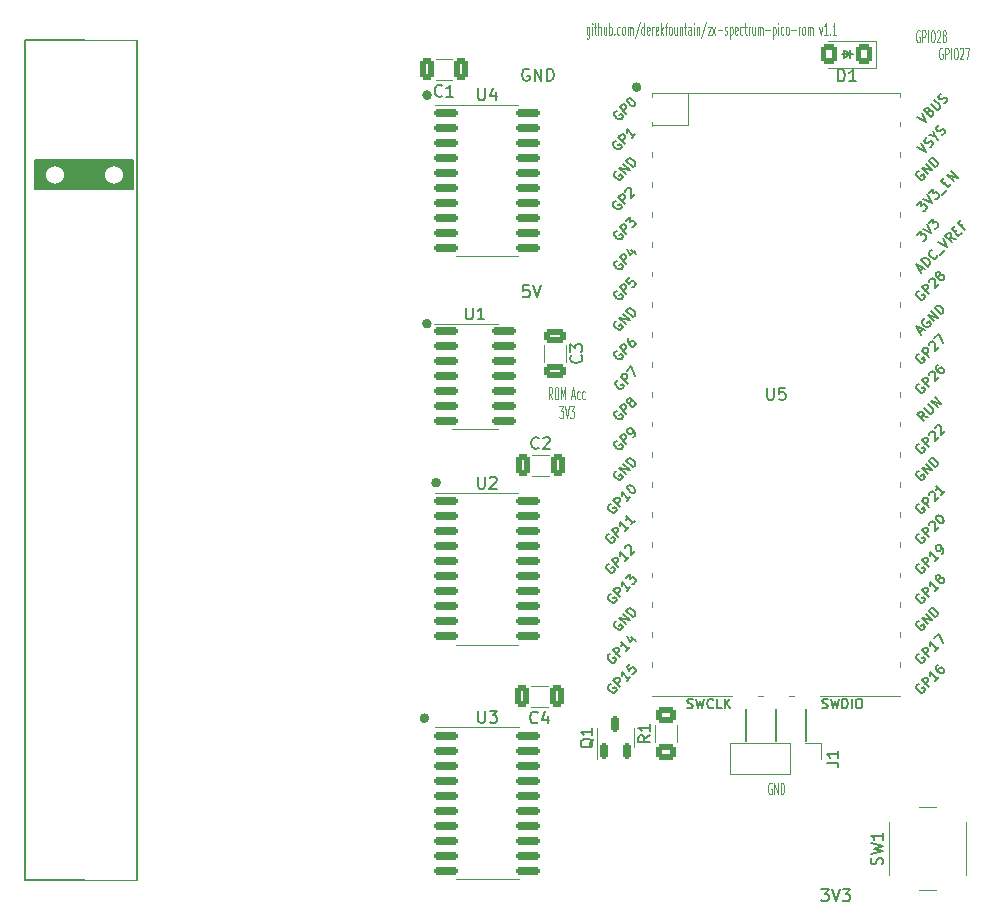
<source format=gto>
G04 #@! TF.GenerationSoftware,KiCad,Pcbnew,6.0.10-86aedd382b~118~ubuntu20.04.1*
G04 #@! TF.CreationDate,2023-01-30T13:16:44+00:00*
G04 #@! TF.ProjectId,srom,73726f6d-2e6b-4696-9361-645f70636258,rev?*
G04 #@! TF.SameCoordinates,Original*
G04 #@! TF.FileFunction,Legend,Top*
G04 #@! TF.FilePolarity,Positive*
%FSLAX46Y46*%
G04 Gerber Fmt 4.6, Leading zero omitted, Abs format (unit mm)*
G04 Created by KiCad (PCBNEW 6.0.10-86aedd382b~118~ubuntu20.04.1) date 2023-01-30 13:16:44*
%MOMM*%
%LPD*%
G01*
G04 APERTURE LIST*
G04 Aperture macros list*
%AMRoundRect*
0 Rectangle with rounded corners*
0 $1 Rounding radius*
0 $2 $3 $4 $5 $6 $7 $8 $9 X,Y pos of 4 corners*
0 Add a 4 corners polygon primitive as box body*
4,1,4,$2,$3,$4,$5,$6,$7,$8,$9,$2,$3,0*
0 Add four circle primitives for the rounded corners*
1,1,$1+$1,$2,$3*
1,1,$1+$1,$4,$5*
1,1,$1+$1,$6,$7*
1,1,$1+$1,$8,$9*
0 Add four rect primitives between the rounded corners*
20,1,$1+$1,$2,$3,$4,$5,0*
20,1,$1+$1,$4,$5,$6,$7,0*
20,1,$1+$1,$6,$7,$8,$9,0*
20,1,$1+$1,$8,$9,$2,$3,0*%
G04 Aperture macros list end*
%ADD10C,0.414706*%
%ADD11C,0.150000*%
%ADD12C,0.125000*%
%ADD13C,0.120000*%
%ADD14C,2.000000*%
%ADD15RoundRect,0.250000X-0.325000X-0.650000X0.325000X-0.650000X0.325000X0.650000X-0.325000X0.650000X0*%
%ADD16RoundRect,0.150000X-0.837500X-0.150000X0.837500X-0.150000X0.837500X0.150000X-0.837500X0.150000X0*%
%ADD17RoundRect,0.250000X-0.650000X0.325000X-0.650000X-0.325000X0.650000X-0.325000X0.650000X0.325000X0*%
%ADD18RoundRect,0.250000X0.625000X-0.400000X0.625000X0.400000X-0.625000X0.400000X-0.625000X-0.400000X0*%
%ADD19RoundRect,0.250000X0.325000X0.650000X-0.325000X0.650000X-0.325000X-0.650000X0.325000X-0.650000X0*%
%ADD20RoundRect,0.150000X-0.825000X-0.150000X0.825000X-0.150000X0.825000X0.150000X-0.825000X0.150000X0*%
%ADD21RoundRect,0.150000X0.150000X-0.512500X0.150000X0.512500X-0.150000X0.512500X-0.150000X-0.512500X0*%
%ADD22R,1.700000X1.700000*%
%ADD23O,1.700000X1.700000*%
%ADD24RoundRect,0.250001X0.462499X0.624999X-0.462499X0.624999X-0.462499X-0.624999X0.462499X-0.624999X0*%
%ADD25C,1.524000*%
%ADD26O,1.800000X1.800000*%
%ADD27O,1.500000X1.500000*%
%ADD28R,3.500000X1.700000*%
%ADD29R,1.700000X3.500000*%
G04 APERTURE END LIST*
D10*
X59667353Y-109740000D02*
G75*
G03*
X59667353Y-109740000I-207353J0D01*
G01*
D11*
X89260000Y-108995000D02*
X89260000Y-111665000D01*
X95750000Y-53530000D02*
X94810000Y-53520000D01*
D10*
X59897353Y-56990000D02*
G75*
G03*
X59897353Y-56990000I-207353J0D01*
G01*
D11*
X26460000Y-62480000D02*
X34750000Y-62480000D01*
X34750000Y-62480000D02*
X34750000Y-64940000D01*
X34750000Y-64940000D02*
X26460000Y-64940000D01*
X26460000Y-64940000D02*
X26460000Y-62480000D01*
G36*
X26460000Y-62480000D02*
G01*
X34750000Y-62480000D01*
X34750000Y-64940000D01*
X26460000Y-64940000D01*
X26460000Y-62480000D01*
G37*
X95530000Y-53520000D02*
X95040000Y-53220000D01*
X95540000Y-53160000D02*
X95540000Y-53830000D01*
D10*
X59877353Y-76330000D02*
G75*
G03*
X59877353Y-76330000I-207353J0D01*
G01*
D11*
X91790000Y-108975000D02*
X91790000Y-111645000D01*
D10*
X77637353Y-56310000D02*
G75*
G03*
X77637353Y-56310000I-207353J0D01*
G01*
D11*
X86680000Y-108980000D02*
X86680000Y-111650000D01*
D10*
X60657353Y-89790000D02*
G75*
G03*
X60657353Y-89790000I-207353J0D01*
G01*
D11*
X95030000Y-53860000D02*
X95530000Y-53520000D01*
X95030000Y-53180000D02*
X95030000Y-53860000D01*
D12*
X101383809Y-51550000D02*
X101336190Y-51502380D01*
X101264761Y-51502380D01*
X101193333Y-51550000D01*
X101145714Y-51645238D01*
X101121904Y-51740476D01*
X101098095Y-51930952D01*
X101098095Y-52073809D01*
X101121904Y-52264285D01*
X101145714Y-52359523D01*
X101193333Y-52454761D01*
X101264761Y-52502380D01*
X101312380Y-52502380D01*
X101383809Y-52454761D01*
X101407619Y-52407142D01*
X101407619Y-52073809D01*
X101312380Y-52073809D01*
X101621904Y-52502380D02*
X101621904Y-51502380D01*
X101812380Y-51502380D01*
X101860000Y-51550000D01*
X101883809Y-51597619D01*
X101907619Y-51692857D01*
X101907619Y-51835714D01*
X101883809Y-51930952D01*
X101860000Y-51978571D01*
X101812380Y-52026190D01*
X101621904Y-52026190D01*
X102121904Y-52502380D02*
X102121904Y-51502380D01*
X102455238Y-51502380D02*
X102550476Y-51502380D01*
X102598095Y-51550000D01*
X102645714Y-51645238D01*
X102669523Y-51835714D01*
X102669523Y-52169047D01*
X102645714Y-52359523D01*
X102598095Y-52454761D01*
X102550476Y-52502380D01*
X102455238Y-52502380D01*
X102407619Y-52454761D01*
X102360000Y-52359523D01*
X102336190Y-52169047D01*
X102336190Y-51835714D01*
X102360000Y-51645238D01*
X102407619Y-51550000D01*
X102455238Y-51502380D01*
X102860000Y-51597619D02*
X102883809Y-51550000D01*
X102931428Y-51502380D01*
X103050476Y-51502380D01*
X103098095Y-51550000D01*
X103121904Y-51597619D01*
X103145714Y-51692857D01*
X103145714Y-51788095D01*
X103121904Y-51930952D01*
X102836190Y-52502380D01*
X103145714Y-52502380D01*
X103431428Y-51930952D02*
X103383809Y-51883333D01*
X103360000Y-51835714D01*
X103336190Y-51740476D01*
X103336190Y-51692857D01*
X103360000Y-51597619D01*
X103383809Y-51550000D01*
X103431428Y-51502380D01*
X103526666Y-51502380D01*
X103574285Y-51550000D01*
X103598095Y-51597619D01*
X103621904Y-51692857D01*
X103621904Y-51740476D01*
X103598095Y-51835714D01*
X103574285Y-51883333D01*
X103526666Y-51930952D01*
X103431428Y-51930952D01*
X103383809Y-51978571D01*
X103360000Y-52026190D01*
X103336190Y-52121428D01*
X103336190Y-52311904D01*
X103360000Y-52407142D01*
X103383809Y-52454761D01*
X103431428Y-52502380D01*
X103526666Y-52502380D01*
X103574285Y-52454761D01*
X103598095Y-52407142D01*
X103621904Y-52311904D01*
X103621904Y-52121428D01*
X103598095Y-52026190D01*
X103574285Y-51978571D01*
X103526666Y-51930952D01*
X103323809Y-53010000D02*
X103276190Y-52962380D01*
X103204761Y-52962380D01*
X103133333Y-53010000D01*
X103085714Y-53105238D01*
X103061904Y-53200476D01*
X103038095Y-53390952D01*
X103038095Y-53533809D01*
X103061904Y-53724285D01*
X103085714Y-53819523D01*
X103133333Y-53914761D01*
X103204761Y-53962380D01*
X103252380Y-53962380D01*
X103323809Y-53914761D01*
X103347619Y-53867142D01*
X103347619Y-53533809D01*
X103252380Y-53533809D01*
X103561904Y-53962380D02*
X103561904Y-52962380D01*
X103752380Y-52962380D01*
X103800000Y-53010000D01*
X103823809Y-53057619D01*
X103847619Y-53152857D01*
X103847619Y-53295714D01*
X103823809Y-53390952D01*
X103800000Y-53438571D01*
X103752380Y-53486190D01*
X103561904Y-53486190D01*
X104061904Y-53962380D02*
X104061904Y-52962380D01*
X104395238Y-52962380D02*
X104490476Y-52962380D01*
X104538095Y-53010000D01*
X104585714Y-53105238D01*
X104609523Y-53295714D01*
X104609523Y-53629047D01*
X104585714Y-53819523D01*
X104538095Y-53914761D01*
X104490476Y-53962380D01*
X104395238Y-53962380D01*
X104347619Y-53914761D01*
X104300000Y-53819523D01*
X104276190Y-53629047D01*
X104276190Y-53295714D01*
X104300000Y-53105238D01*
X104347619Y-53010000D01*
X104395238Y-52962380D01*
X104800000Y-53057619D02*
X104823809Y-53010000D01*
X104871428Y-52962380D01*
X104990476Y-52962380D01*
X105038095Y-53010000D01*
X105061904Y-53057619D01*
X105085714Y-53152857D01*
X105085714Y-53248095D01*
X105061904Y-53390952D01*
X104776190Y-53962380D01*
X105085714Y-53962380D01*
X105252380Y-52962380D02*
X105585714Y-52962380D01*
X105371428Y-53962380D01*
X73438571Y-51205714D02*
X73438571Y-52015238D01*
X73414761Y-52110476D01*
X73390952Y-52158095D01*
X73343333Y-52205714D01*
X73271904Y-52205714D01*
X73224285Y-52158095D01*
X73438571Y-51824761D02*
X73390952Y-51872380D01*
X73295714Y-51872380D01*
X73248095Y-51824761D01*
X73224285Y-51777142D01*
X73200476Y-51681904D01*
X73200476Y-51396190D01*
X73224285Y-51300952D01*
X73248095Y-51253333D01*
X73295714Y-51205714D01*
X73390952Y-51205714D01*
X73438571Y-51253333D01*
X73676666Y-51872380D02*
X73676666Y-51205714D01*
X73676666Y-50872380D02*
X73652857Y-50920000D01*
X73676666Y-50967619D01*
X73700476Y-50920000D01*
X73676666Y-50872380D01*
X73676666Y-50967619D01*
X73843333Y-51205714D02*
X74033809Y-51205714D01*
X73914761Y-50872380D02*
X73914761Y-51729523D01*
X73938571Y-51824761D01*
X73986190Y-51872380D01*
X74033809Y-51872380D01*
X74200476Y-51872380D02*
X74200476Y-50872380D01*
X74414761Y-51872380D02*
X74414761Y-51348571D01*
X74390952Y-51253333D01*
X74343333Y-51205714D01*
X74271904Y-51205714D01*
X74224285Y-51253333D01*
X74200476Y-51300952D01*
X74867142Y-51205714D02*
X74867142Y-51872380D01*
X74652857Y-51205714D02*
X74652857Y-51729523D01*
X74676666Y-51824761D01*
X74724285Y-51872380D01*
X74795714Y-51872380D01*
X74843333Y-51824761D01*
X74867142Y-51777142D01*
X75105238Y-51872380D02*
X75105238Y-50872380D01*
X75105238Y-51253333D02*
X75152857Y-51205714D01*
X75248095Y-51205714D01*
X75295714Y-51253333D01*
X75319523Y-51300952D01*
X75343333Y-51396190D01*
X75343333Y-51681904D01*
X75319523Y-51777142D01*
X75295714Y-51824761D01*
X75248095Y-51872380D01*
X75152857Y-51872380D01*
X75105238Y-51824761D01*
X75557619Y-51777142D02*
X75581428Y-51824761D01*
X75557619Y-51872380D01*
X75533809Y-51824761D01*
X75557619Y-51777142D01*
X75557619Y-51872380D01*
X76010000Y-51824761D02*
X75962380Y-51872380D01*
X75867142Y-51872380D01*
X75819523Y-51824761D01*
X75795714Y-51777142D01*
X75771904Y-51681904D01*
X75771904Y-51396190D01*
X75795714Y-51300952D01*
X75819523Y-51253333D01*
X75867142Y-51205714D01*
X75962380Y-51205714D01*
X76010000Y-51253333D01*
X76295714Y-51872380D02*
X76248095Y-51824761D01*
X76224285Y-51777142D01*
X76200476Y-51681904D01*
X76200476Y-51396190D01*
X76224285Y-51300952D01*
X76248095Y-51253333D01*
X76295714Y-51205714D01*
X76367142Y-51205714D01*
X76414761Y-51253333D01*
X76438571Y-51300952D01*
X76462380Y-51396190D01*
X76462380Y-51681904D01*
X76438571Y-51777142D01*
X76414761Y-51824761D01*
X76367142Y-51872380D01*
X76295714Y-51872380D01*
X76676666Y-51872380D02*
X76676666Y-51205714D01*
X76676666Y-51300952D02*
X76700476Y-51253333D01*
X76748095Y-51205714D01*
X76819523Y-51205714D01*
X76867142Y-51253333D01*
X76890952Y-51348571D01*
X76890952Y-51872380D01*
X76890952Y-51348571D02*
X76914761Y-51253333D01*
X76962380Y-51205714D01*
X77033809Y-51205714D01*
X77081428Y-51253333D01*
X77105238Y-51348571D01*
X77105238Y-51872380D01*
X77700476Y-50824761D02*
X77271904Y-52110476D01*
X78081428Y-51872380D02*
X78081428Y-50872380D01*
X78081428Y-51824761D02*
X78033809Y-51872380D01*
X77938571Y-51872380D01*
X77890952Y-51824761D01*
X77867142Y-51777142D01*
X77843333Y-51681904D01*
X77843333Y-51396190D01*
X77867142Y-51300952D01*
X77890952Y-51253333D01*
X77938571Y-51205714D01*
X78033809Y-51205714D01*
X78081428Y-51253333D01*
X78510000Y-51824761D02*
X78462380Y-51872380D01*
X78367142Y-51872380D01*
X78319523Y-51824761D01*
X78295714Y-51729523D01*
X78295714Y-51348571D01*
X78319523Y-51253333D01*
X78367142Y-51205714D01*
X78462380Y-51205714D01*
X78510000Y-51253333D01*
X78533809Y-51348571D01*
X78533809Y-51443809D01*
X78295714Y-51539047D01*
X78748095Y-51872380D02*
X78748095Y-51205714D01*
X78748095Y-51396190D02*
X78771904Y-51300952D01*
X78795714Y-51253333D01*
X78843333Y-51205714D01*
X78890952Y-51205714D01*
X79248095Y-51824761D02*
X79200476Y-51872380D01*
X79105238Y-51872380D01*
X79057619Y-51824761D01*
X79033809Y-51729523D01*
X79033809Y-51348571D01*
X79057619Y-51253333D01*
X79105238Y-51205714D01*
X79200476Y-51205714D01*
X79248095Y-51253333D01*
X79271904Y-51348571D01*
X79271904Y-51443809D01*
X79033809Y-51539047D01*
X79486190Y-51872380D02*
X79486190Y-50872380D01*
X79533809Y-51491428D02*
X79676666Y-51872380D01*
X79676666Y-51205714D02*
X79486190Y-51586666D01*
X79819523Y-51205714D02*
X80010000Y-51205714D01*
X79890952Y-51872380D02*
X79890952Y-51015238D01*
X79914761Y-50920000D01*
X79962380Y-50872380D01*
X80010000Y-50872380D01*
X80248095Y-51872380D02*
X80200476Y-51824761D01*
X80176666Y-51777142D01*
X80152857Y-51681904D01*
X80152857Y-51396190D01*
X80176666Y-51300952D01*
X80200476Y-51253333D01*
X80248095Y-51205714D01*
X80319523Y-51205714D01*
X80367142Y-51253333D01*
X80390952Y-51300952D01*
X80414761Y-51396190D01*
X80414761Y-51681904D01*
X80390952Y-51777142D01*
X80367142Y-51824761D01*
X80319523Y-51872380D01*
X80248095Y-51872380D01*
X80843333Y-51205714D02*
X80843333Y-51872380D01*
X80629047Y-51205714D02*
X80629047Y-51729523D01*
X80652857Y-51824761D01*
X80700476Y-51872380D01*
X80771904Y-51872380D01*
X80819523Y-51824761D01*
X80843333Y-51777142D01*
X81081428Y-51205714D02*
X81081428Y-51872380D01*
X81081428Y-51300952D02*
X81105238Y-51253333D01*
X81152857Y-51205714D01*
X81224285Y-51205714D01*
X81271904Y-51253333D01*
X81295714Y-51348571D01*
X81295714Y-51872380D01*
X81462380Y-51205714D02*
X81652857Y-51205714D01*
X81533809Y-50872380D02*
X81533809Y-51729523D01*
X81557619Y-51824761D01*
X81605238Y-51872380D01*
X81652857Y-51872380D01*
X82033809Y-51872380D02*
X82033809Y-51348571D01*
X82010000Y-51253333D01*
X81962380Y-51205714D01*
X81867142Y-51205714D01*
X81819523Y-51253333D01*
X82033809Y-51824761D02*
X81986190Y-51872380D01*
X81867142Y-51872380D01*
X81819523Y-51824761D01*
X81795714Y-51729523D01*
X81795714Y-51634285D01*
X81819523Y-51539047D01*
X81867142Y-51491428D01*
X81986190Y-51491428D01*
X82033809Y-51443809D01*
X82271904Y-51872380D02*
X82271904Y-51205714D01*
X82271904Y-50872380D02*
X82248095Y-50920000D01*
X82271904Y-50967619D01*
X82295714Y-50920000D01*
X82271904Y-50872380D01*
X82271904Y-50967619D01*
X82510000Y-51205714D02*
X82510000Y-51872380D01*
X82510000Y-51300952D02*
X82533809Y-51253333D01*
X82581428Y-51205714D01*
X82652857Y-51205714D01*
X82700476Y-51253333D01*
X82724285Y-51348571D01*
X82724285Y-51872380D01*
X83319523Y-50824761D02*
X82890952Y-52110476D01*
X83438571Y-51205714D02*
X83700476Y-51205714D01*
X83438571Y-51872380D01*
X83700476Y-51872380D01*
X83843333Y-51872380D02*
X84105238Y-51205714D01*
X83843333Y-51205714D02*
X84105238Y-51872380D01*
X84295714Y-51491428D02*
X84676666Y-51491428D01*
X84890952Y-51824761D02*
X84938571Y-51872380D01*
X85033809Y-51872380D01*
X85081428Y-51824761D01*
X85105238Y-51729523D01*
X85105238Y-51681904D01*
X85081428Y-51586666D01*
X85033809Y-51539047D01*
X84962380Y-51539047D01*
X84914761Y-51491428D01*
X84890952Y-51396190D01*
X84890952Y-51348571D01*
X84914761Y-51253333D01*
X84962380Y-51205714D01*
X85033809Y-51205714D01*
X85081428Y-51253333D01*
X85319523Y-51205714D02*
X85319523Y-52205714D01*
X85319523Y-51253333D02*
X85367142Y-51205714D01*
X85462380Y-51205714D01*
X85510000Y-51253333D01*
X85533809Y-51300952D01*
X85557619Y-51396190D01*
X85557619Y-51681904D01*
X85533809Y-51777142D01*
X85510000Y-51824761D01*
X85462380Y-51872380D01*
X85367142Y-51872380D01*
X85319523Y-51824761D01*
X85962380Y-51824761D02*
X85914761Y-51872380D01*
X85819523Y-51872380D01*
X85771904Y-51824761D01*
X85748095Y-51729523D01*
X85748095Y-51348571D01*
X85771904Y-51253333D01*
X85819523Y-51205714D01*
X85914761Y-51205714D01*
X85962380Y-51253333D01*
X85986190Y-51348571D01*
X85986190Y-51443809D01*
X85748095Y-51539047D01*
X86414761Y-51824761D02*
X86367142Y-51872380D01*
X86271904Y-51872380D01*
X86224285Y-51824761D01*
X86200476Y-51777142D01*
X86176666Y-51681904D01*
X86176666Y-51396190D01*
X86200476Y-51300952D01*
X86224285Y-51253333D01*
X86271904Y-51205714D01*
X86367142Y-51205714D01*
X86414761Y-51253333D01*
X86557619Y-51205714D02*
X86748095Y-51205714D01*
X86629047Y-50872380D02*
X86629047Y-51729523D01*
X86652857Y-51824761D01*
X86700476Y-51872380D01*
X86748095Y-51872380D01*
X86914761Y-51872380D02*
X86914761Y-51205714D01*
X86914761Y-51396190D02*
X86938571Y-51300952D01*
X86962380Y-51253333D01*
X87010000Y-51205714D01*
X87057619Y-51205714D01*
X87438571Y-51205714D02*
X87438571Y-51872380D01*
X87224285Y-51205714D02*
X87224285Y-51729523D01*
X87248095Y-51824761D01*
X87295714Y-51872380D01*
X87367142Y-51872380D01*
X87414761Y-51824761D01*
X87438571Y-51777142D01*
X87676666Y-51872380D02*
X87676666Y-51205714D01*
X87676666Y-51300952D02*
X87700476Y-51253333D01*
X87748095Y-51205714D01*
X87819523Y-51205714D01*
X87867142Y-51253333D01*
X87890952Y-51348571D01*
X87890952Y-51872380D01*
X87890952Y-51348571D02*
X87914761Y-51253333D01*
X87962380Y-51205714D01*
X88033809Y-51205714D01*
X88081428Y-51253333D01*
X88105238Y-51348571D01*
X88105238Y-51872380D01*
X88343333Y-51491428D02*
X88724285Y-51491428D01*
X88962380Y-51205714D02*
X88962380Y-52205714D01*
X88962380Y-51253333D02*
X89009999Y-51205714D01*
X89105238Y-51205714D01*
X89152857Y-51253333D01*
X89176666Y-51300952D01*
X89200476Y-51396190D01*
X89200476Y-51681904D01*
X89176666Y-51777142D01*
X89152857Y-51824761D01*
X89105238Y-51872380D01*
X89009999Y-51872380D01*
X88962380Y-51824761D01*
X89414761Y-51872380D02*
X89414761Y-51205714D01*
X89414761Y-50872380D02*
X89390952Y-50920000D01*
X89414761Y-50967619D01*
X89438571Y-50920000D01*
X89414761Y-50872380D01*
X89414761Y-50967619D01*
X89867142Y-51824761D02*
X89819523Y-51872380D01*
X89724285Y-51872380D01*
X89676666Y-51824761D01*
X89652857Y-51777142D01*
X89629047Y-51681904D01*
X89629047Y-51396190D01*
X89652857Y-51300952D01*
X89676666Y-51253333D01*
X89724285Y-51205714D01*
X89819523Y-51205714D01*
X89867142Y-51253333D01*
X90152857Y-51872380D02*
X90105238Y-51824761D01*
X90081428Y-51777142D01*
X90057619Y-51681904D01*
X90057619Y-51396190D01*
X90081428Y-51300952D01*
X90105238Y-51253333D01*
X90152857Y-51205714D01*
X90224285Y-51205714D01*
X90271904Y-51253333D01*
X90295714Y-51300952D01*
X90319523Y-51396190D01*
X90319523Y-51681904D01*
X90295714Y-51777142D01*
X90271904Y-51824761D01*
X90224285Y-51872380D01*
X90152857Y-51872380D01*
X90533809Y-51491428D02*
X90914761Y-51491428D01*
X91152857Y-51872380D02*
X91152857Y-51205714D01*
X91152857Y-51396190D02*
X91176666Y-51300952D01*
X91200476Y-51253333D01*
X91248095Y-51205714D01*
X91295714Y-51205714D01*
X91533809Y-51872380D02*
X91486190Y-51824761D01*
X91462380Y-51777142D01*
X91438571Y-51681904D01*
X91438571Y-51396190D01*
X91462380Y-51300952D01*
X91486190Y-51253333D01*
X91533809Y-51205714D01*
X91605238Y-51205714D01*
X91652857Y-51253333D01*
X91676666Y-51300952D01*
X91700476Y-51396190D01*
X91700476Y-51681904D01*
X91676666Y-51777142D01*
X91652857Y-51824761D01*
X91605238Y-51872380D01*
X91533809Y-51872380D01*
X91914761Y-51872380D02*
X91914761Y-51205714D01*
X91914761Y-51300952D02*
X91938571Y-51253333D01*
X91986190Y-51205714D01*
X92057619Y-51205714D01*
X92105238Y-51253333D01*
X92129047Y-51348571D01*
X92129047Y-51872380D01*
X92129047Y-51348571D02*
X92152857Y-51253333D01*
X92200476Y-51205714D01*
X92271904Y-51205714D01*
X92319523Y-51253333D01*
X92343333Y-51348571D01*
X92343333Y-51872380D01*
X92914761Y-51205714D02*
X93033809Y-51872380D01*
X93152857Y-51205714D01*
X93605238Y-51872380D02*
X93319523Y-51872380D01*
X93462380Y-51872380D02*
X93462380Y-50872380D01*
X93414761Y-51015238D01*
X93367142Y-51110476D01*
X93319523Y-51158095D01*
X93819523Y-51777142D02*
X93843333Y-51824761D01*
X93819523Y-51872380D01*
X93795714Y-51824761D01*
X93819523Y-51777142D01*
X93819523Y-51872380D01*
X94319523Y-51872380D02*
X94033809Y-51872380D01*
X94176666Y-51872380D02*
X94176666Y-50872380D01*
X94129047Y-51015238D01*
X94081428Y-51110476D01*
X94033809Y-51158095D01*
D11*
X68329523Y-73082380D02*
X67853333Y-73082380D01*
X67805714Y-73558571D01*
X67853333Y-73510952D01*
X67948571Y-73463333D01*
X68186666Y-73463333D01*
X68281904Y-73510952D01*
X68329523Y-73558571D01*
X68377142Y-73653809D01*
X68377142Y-73891904D01*
X68329523Y-73987142D01*
X68281904Y-74034761D01*
X68186666Y-74082380D01*
X67948571Y-74082380D01*
X67853333Y-74034761D01*
X67805714Y-73987142D01*
X68662857Y-73082380D02*
X68996190Y-74082380D01*
X69329523Y-73082380D01*
D12*
X88859047Y-115230000D02*
X88811428Y-115182380D01*
X88740000Y-115182380D01*
X88668571Y-115230000D01*
X88620952Y-115325238D01*
X88597142Y-115420476D01*
X88573333Y-115610952D01*
X88573333Y-115753809D01*
X88597142Y-115944285D01*
X88620952Y-116039523D01*
X88668571Y-116134761D01*
X88740000Y-116182380D01*
X88787619Y-116182380D01*
X88859047Y-116134761D01*
X88882857Y-116087142D01*
X88882857Y-115753809D01*
X88787619Y-115753809D01*
X89097142Y-116182380D02*
X89097142Y-115182380D01*
X89382857Y-116182380D01*
X89382857Y-115182380D01*
X89620952Y-116182380D02*
X89620952Y-115182380D01*
X89740000Y-115182380D01*
X89811428Y-115230000D01*
X89859047Y-115325238D01*
X89882857Y-115420476D01*
X89906666Y-115610952D01*
X89906666Y-115753809D01*
X89882857Y-115944285D01*
X89859047Y-116039523D01*
X89811428Y-116134761D01*
X89740000Y-116182380D01*
X89620952Y-116182380D01*
D11*
X93061904Y-124222380D02*
X93680952Y-124222380D01*
X93347619Y-124603333D01*
X93490476Y-124603333D01*
X93585714Y-124650952D01*
X93633333Y-124698571D01*
X93680952Y-124793809D01*
X93680952Y-125031904D01*
X93633333Y-125127142D01*
X93585714Y-125174761D01*
X93490476Y-125222380D01*
X93204761Y-125222380D01*
X93109523Y-125174761D01*
X93061904Y-125127142D01*
X93966666Y-124222380D02*
X94300000Y-125222380D01*
X94633333Y-124222380D01*
X94871428Y-124222380D02*
X95490476Y-124222380D01*
X95157142Y-124603333D01*
X95300000Y-124603333D01*
X95395238Y-124650952D01*
X95442857Y-124698571D01*
X95490476Y-124793809D01*
X95490476Y-125031904D01*
X95442857Y-125127142D01*
X95395238Y-125174761D01*
X95300000Y-125222380D01*
X95014285Y-125222380D01*
X94919047Y-125174761D01*
X94871428Y-125127142D01*
D12*
X70293809Y-82727380D02*
X70127142Y-82251190D01*
X70008095Y-82727380D02*
X70008095Y-81727380D01*
X70198571Y-81727380D01*
X70246190Y-81775000D01*
X70270000Y-81822619D01*
X70293809Y-81917857D01*
X70293809Y-82060714D01*
X70270000Y-82155952D01*
X70246190Y-82203571D01*
X70198571Y-82251190D01*
X70008095Y-82251190D01*
X70603333Y-81727380D02*
X70698571Y-81727380D01*
X70746190Y-81775000D01*
X70793809Y-81870238D01*
X70817619Y-82060714D01*
X70817619Y-82394047D01*
X70793809Y-82584523D01*
X70746190Y-82679761D01*
X70698571Y-82727380D01*
X70603333Y-82727380D01*
X70555714Y-82679761D01*
X70508095Y-82584523D01*
X70484285Y-82394047D01*
X70484285Y-82060714D01*
X70508095Y-81870238D01*
X70555714Y-81775000D01*
X70603333Y-81727380D01*
X71031904Y-82727380D02*
X71031904Y-81727380D01*
X71198571Y-82441666D01*
X71365238Y-81727380D01*
X71365238Y-82727380D01*
X71960476Y-82441666D02*
X72198571Y-82441666D01*
X71912857Y-82727380D02*
X72079523Y-81727380D01*
X72246190Y-82727380D01*
X72627142Y-82679761D02*
X72579523Y-82727380D01*
X72484285Y-82727380D01*
X72436666Y-82679761D01*
X72412857Y-82632142D01*
X72389047Y-82536904D01*
X72389047Y-82251190D01*
X72412857Y-82155952D01*
X72436666Y-82108333D01*
X72484285Y-82060714D01*
X72579523Y-82060714D01*
X72627142Y-82108333D01*
X73055714Y-82679761D02*
X73008095Y-82727380D01*
X72912857Y-82727380D01*
X72865238Y-82679761D01*
X72841428Y-82632142D01*
X72817619Y-82536904D01*
X72817619Y-82251190D01*
X72841428Y-82155952D01*
X72865238Y-82108333D01*
X72912857Y-82060714D01*
X73008095Y-82060714D01*
X73055714Y-82108333D01*
X70900952Y-83337380D02*
X71210476Y-83337380D01*
X71043809Y-83718333D01*
X71115238Y-83718333D01*
X71162857Y-83765952D01*
X71186666Y-83813571D01*
X71210476Y-83908809D01*
X71210476Y-84146904D01*
X71186666Y-84242142D01*
X71162857Y-84289761D01*
X71115238Y-84337380D01*
X70972380Y-84337380D01*
X70924761Y-84289761D01*
X70900952Y-84242142D01*
X71353333Y-83337380D02*
X71520000Y-84337380D01*
X71686666Y-83337380D01*
X71805714Y-83337380D02*
X72115238Y-83337380D01*
X71948571Y-83718333D01*
X72020000Y-83718333D01*
X72067619Y-83765952D01*
X72091428Y-83813571D01*
X72115238Y-83908809D01*
X72115238Y-84146904D01*
X72091428Y-84242142D01*
X72067619Y-84289761D01*
X72020000Y-84337380D01*
X71877142Y-84337380D01*
X71829523Y-84289761D01*
X71805714Y-84242142D01*
D11*
X68318095Y-54800000D02*
X68222857Y-54752380D01*
X68080000Y-54752380D01*
X67937142Y-54800000D01*
X67841904Y-54895238D01*
X67794285Y-54990476D01*
X67746666Y-55180952D01*
X67746666Y-55323809D01*
X67794285Y-55514285D01*
X67841904Y-55609523D01*
X67937142Y-55704761D01*
X68080000Y-55752380D01*
X68175238Y-55752380D01*
X68318095Y-55704761D01*
X68365714Y-55657142D01*
X68365714Y-55323809D01*
X68175238Y-55323809D01*
X68794285Y-55752380D02*
X68794285Y-54752380D01*
X69365714Y-55752380D01*
X69365714Y-54752380D01*
X69841904Y-55752380D02*
X69841904Y-54752380D01*
X70080000Y-54752380D01*
X70222857Y-54800000D01*
X70318095Y-54895238D01*
X70365714Y-54990476D01*
X70413333Y-55180952D01*
X70413333Y-55323809D01*
X70365714Y-55514285D01*
X70318095Y-55609523D01*
X70222857Y-55704761D01*
X70080000Y-55752380D01*
X69841904Y-55752380D01*
X69133333Y-86847142D02*
X69085714Y-86894761D01*
X68942857Y-86942380D01*
X68847619Y-86942380D01*
X68704761Y-86894761D01*
X68609523Y-86799523D01*
X68561904Y-86704285D01*
X68514285Y-86513809D01*
X68514285Y-86370952D01*
X68561904Y-86180476D01*
X68609523Y-86085238D01*
X68704761Y-85990000D01*
X68847619Y-85942380D01*
X68942857Y-85942380D01*
X69085714Y-85990000D01*
X69133333Y-86037619D01*
X69514285Y-86037619D02*
X69561904Y-85990000D01*
X69657142Y-85942380D01*
X69895238Y-85942380D01*
X69990476Y-85990000D01*
X70038095Y-86037619D01*
X70085714Y-86132857D01*
X70085714Y-86228095D01*
X70038095Y-86370952D01*
X69466666Y-86942380D01*
X70085714Y-86942380D01*
X64028095Y-109122380D02*
X64028095Y-109931904D01*
X64075714Y-110027142D01*
X64123333Y-110074761D01*
X64218571Y-110122380D01*
X64409047Y-110122380D01*
X64504285Y-110074761D01*
X64551904Y-110027142D01*
X64599523Y-109931904D01*
X64599523Y-109122380D01*
X64980476Y-109122380D02*
X65599523Y-109122380D01*
X65266190Y-109503333D01*
X65409047Y-109503333D01*
X65504285Y-109550952D01*
X65551904Y-109598571D01*
X65599523Y-109693809D01*
X65599523Y-109931904D01*
X65551904Y-110027142D01*
X65504285Y-110074761D01*
X65409047Y-110122380D01*
X65123333Y-110122380D01*
X65028095Y-110074761D01*
X64980476Y-110027142D01*
X64008095Y-89302380D02*
X64008095Y-90111904D01*
X64055714Y-90207142D01*
X64103333Y-90254761D01*
X64198571Y-90302380D01*
X64389047Y-90302380D01*
X64484285Y-90254761D01*
X64531904Y-90207142D01*
X64579523Y-90111904D01*
X64579523Y-89302380D01*
X65008095Y-89397619D02*
X65055714Y-89350000D01*
X65150952Y-89302380D01*
X65389047Y-89302380D01*
X65484285Y-89350000D01*
X65531904Y-89397619D01*
X65579523Y-89492857D01*
X65579523Y-89588095D01*
X65531904Y-89730952D01*
X64960476Y-90302380D01*
X65579523Y-90302380D01*
X72727142Y-79026666D02*
X72774761Y-79074285D01*
X72822380Y-79217142D01*
X72822380Y-79312380D01*
X72774761Y-79455238D01*
X72679523Y-79550476D01*
X72584285Y-79598095D01*
X72393809Y-79645714D01*
X72250952Y-79645714D01*
X72060476Y-79598095D01*
X71965238Y-79550476D01*
X71870000Y-79455238D01*
X71822380Y-79312380D01*
X71822380Y-79217142D01*
X71870000Y-79074285D01*
X71917619Y-79026666D01*
X71822380Y-78693333D02*
X71822380Y-78074285D01*
X72203333Y-78407619D01*
X72203333Y-78264761D01*
X72250952Y-78169523D01*
X72298571Y-78121904D01*
X72393809Y-78074285D01*
X72631904Y-78074285D01*
X72727142Y-78121904D01*
X72774761Y-78169523D01*
X72822380Y-78264761D01*
X72822380Y-78550476D01*
X72774761Y-78645714D01*
X72727142Y-78693333D01*
X78572380Y-111196666D02*
X78096190Y-111530000D01*
X78572380Y-111768095D02*
X77572380Y-111768095D01*
X77572380Y-111387142D01*
X77620000Y-111291904D01*
X77667619Y-111244285D01*
X77762857Y-111196666D01*
X77905714Y-111196666D01*
X78000952Y-111244285D01*
X78048571Y-111291904D01*
X78096190Y-111387142D01*
X78096190Y-111768095D01*
X78572380Y-110244285D02*
X78572380Y-110815714D01*
X78572380Y-110530000D02*
X77572380Y-110530000D01*
X77715238Y-110625238D01*
X77810476Y-110720476D01*
X77858095Y-110815714D01*
X69043333Y-110087142D02*
X68995714Y-110134761D01*
X68852857Y-110182380D01*
X68757619Y-110182380D01*
X68614761Y-110134761D01*
X68519523Y-110039523D01*
X68471904Y-109944285D01*
X68424285Y-109753809D01*
X68424285Y-109610952D01*
X68471904Y-109420476D01*
X68519523Y-109325238D01*
X68614761Y-109230000D01*
X68757619Y-109182380D01*
X68852857Y-109182380D01*
X68995714Y-109230000D01*
X69043333Y-109277619D01*
X69900476Y-109515714D02*
X69900476Y-110182380D01*
X69662380Y-109134761D02*
X69424285Y-109849047D01*
X70043333Y-109849047D01*
X62978095Y-74972380D02*
X62978095Y-75781904D01*
X63025714Y-75877142D01*
X63073333Y-75924761D01*
X63168571Y-75972380D01*
X63359047Y-75972380D01*
X63454285Y-75924761D01*
X63501904Y-75877142D01*
X63549523Y-75781904D01*
X63549523Y-74972380D01*
X64549523Y-75972380D02*
X63978095Y-75972380D01*
X64263809Y-75972380D02*
X64263809Y-74972380D01*
X64168571Y-75115238D01*
X64073333Y-75210476D01*
X63978095Y-75258095D01*
X73787619Y-111485238D02*
X73740000Y-111580476D01*
X73644761Y-111675714D01*
X73501904Y-111818571D01*
X73454285Y-111913809D01*
X73454285Y-112009047D01*
X73692380Y-111961428D02*
X73644761Y-112056666D01*
X73549523Y-112151904D01*
X73359047Y-112199523D01*
X73025714Y-112199523D01*
X72835238Y-112151904D01*
X72740000Y-112056666D01*
X72692380Y-111961428D01*
X72692380Y-111770952D01*
X72740000Y-111675714D01*
X72835238Y-111580476D01*
X73025714Y-111532857D01*
X73359047Y-111532857D01*
X73549523Y-111580476D01*
X73644761Y-111675714D01*
X73692380Y-111770952D01*
X73692380Y-111961428D01*
X73692380Y-110580476D02*
X73692380Y-111151904D01*
X73692380Y-110866190D02*
X72692380Y-110866190D01*
X72835238Y-110961428D01*
X72930476Y-111056666D01*
X72978095Y-111151904D01*
X64008095Y-56422380D02*
X64008095Y-57231904D01*
X64055714Y-57327142D01*
X64103333Y-57374761D01*
X64198571Y-57422380D01*
X64389047Y-57422380D01*
X64484285Y-57374761D01*
X64531904Y-57327142D01*
X64579523Y-57231904D01*
X64579523Y-56422380D01*
X65484285Y-56755714D02*
X65484285Y-57422380D01*
X65246190Y-56374761D02*
X65008095Y-57089047D01*
X65627142Y-57089047D01*
X60953333Y-57017142D02*
X60905714Y-57064761D01*
X60762857Y-57112380D01*
X60667619Y-57112380D01*
X60524761Y-57064761D01*
X60429523Y-56969523D01*
X60381904Y-56874285D01*
X60334285Y-56683809D01*
X60334285Y-56540952D01*
X60381904Y-56350476D01*
X60429523Y-56255238D01*
X60524761Y-56160000D01*
X60667619Y-56112380D01*
X60762857Y-56112380D01*
X60905714Y-56160000D01*
X60953333Y-56207619D01*
X61905714Y-57112380D02*
X61334285Y-57112380D01*
X61620000Y-57112380D02*
X61620000Y-56112380D01*
X61524761Y-56255238D01*
X61429523Y-56350476D01*
X61334285Y-56398095D01*
X93512380Y-113498333D02*
X94226666Y-113498333D01*
X94369523Y-113545952D01*
X94464761Y-113641190D01*
X94512380Y-113784047D01*
X94512380Y-113879285D01*
X94512380Y-112498333D02*
X94512380Y-113069761D01*
X94512380Y-112784047D02*
X93512380Y-112784047D01*
X93655238Y-112879285D01*
X93750476Y-112974523D01*
X93798095Y-113069761D01*
X98214761Y-122103333D02*
X98262380Y-121960476D01*
X98262380Y-121722380D01*
X98214761Y-121627142D01*
X98167142Y-121579523D01*
X98071904Y-121531904D01*
X97976666Y-121531904D01*
X97881428Y-121579523D01*
X97833809Y-121627142D01*
X97786190Y-121722380D01*
X97738571Y-121912857D01*
X97690952Y-122008095D01*
X97643333Y-122055714D01*
X97548095Y-122103333D01*
X97452857Y-122103333D01*
X97357619Y-122055714D01*
X97310000Y-122008095D01*
X97262380Y-121912857D01*
X97262380Y-121674761D01*
X97310000Y-121531904D01*
X97262380Y-121198571D02*
X98262380Y-120960476D01*
X97548095Y-120770000D01*
X98262380Y-120579523D01*
X97262380Y-120341428D01*
X98262380Y-119436666D02*
X98262380Y-120008095D01*
X98262380Y-119722380D02*
X97262380Y-119722380D01*
X97405238Y-119817619D01*
X97500476Y-119912857D01*
X97548095Y-120008095D01*
X94491904Y-55812380D02*
X94491904Y-54812380D01*
X94730000Y-54812380D01*
X94872857Y-54860000D01*
X94968095Y-54955238D01*
X95015714Y-55050476D01*
X95063333Y-55240952D01*
X95063333Y-55383809D01*
X95015714Y-55574285D01*
X94968095Y-55669523D01*
X94872857Y-55764761D01*
X94730000Y-55812380D01*
X94491904Y-55812380D01*
X96015714Y-55812380D02*
X95444285Y-55812380D01*
X95730000Y-55812380D02*
X95730000Y-54812380D01*
X95634761Y-54955238D01*
X95539523Y-55050476D01*
X95444285Y-55098095D01*
X88478095Y-81772380D02*
X88478095Y-82581904D01*
X88525714Y-82677142D01*
X88573333Y-82724761D01*
X88668571Y-82772380D01*
X88859047Y-82772380D01*
X88954285Y-82724761D01*
X89001904Y-82677142D01*
X89049523Y-82581904D01*
X89049523Y-81772380D01*
X90001904Y-81772380D02*
X89525714Y-81772380D01*
X89478095Y-82248571D01*
X89525714Y-82200952D01*
X89620952Y-82153333D01*
X89859047Y-82153333D01*
X89954285Y-82200952D01*
X90001904Y-82248571D01*
X90049523Y-82343809D01*
X90049523Y-82581904D01*
X90001904Y-82677142D01*
X89954285Y-82724761D01*
X89859047Y-82772380D01*
X89620952Y-82772380D01*
X89525714Y-82724761D01*
X89478095Y-82677142D01*
X102078375Y-84263435D02*
X101620439Y-84182622D01*
X101755126Y-84586683D02*
X101189441Y-84020998D01*
X101404940Y-83805499D01*
X101485752Y-83778561D01*
X101539627Y-83778561D01*
X101620439Y-83805499D01*
X101701251Y-83886311D01*
X101728189Y-83967123D01*
X101728189Y-84020998D01*
X101701251Y-84101810D01*
X101485752Y-84317309D01*
X101755126Y-83455312D02*
X102213062Y-83913248D01*
X102293874Y-83940186D01*
X102347749Y-83940186D01*
X102428561Y-83913248D01*
X102536311Y-83805499D01*
X102563248Y-83724687D01*
X102563248Y-83670812D01*
X102536311Y-83590000D01*
X102078375Y-83132064D01*
X102913435Y-83428375D02*
X102347749Y-82862690D01*
X103236683Y-83105126D01*
X102670998Y-82539441D01*
X75853096Y-81141218D02*
X75772284Y-81168155D01*
X75691471Y-81248967D01*
X75637597Y-81356717D01*
X75637597Y-81464467D01*
X75664534Y-81545279D01*
X75745346Y-81679966D01*
X75826158Y-81760778D01*
X75960845Y-81841590D01*
X76041658Y-81868528D01*
X76149407Y-81868528D01*
X76257157Y-81814653D01*
X76311032Y-81760778D01*
X76364906Y-81653028D01*
X76364906Y-81599154D01*
X76176345Y-81410592D01*
X76068595Y-81518341D01*
X76661218Y-81410592D02*
X76095532Y-80844906D01*
X76311032Y-80629407D01*
X76391844Y-80602470D01*
X76445719Y-80602470D01*
X76526531Y-80629407D01*
X76607343Y-80710219D01*
X76634280Y-80791032D01*
X76634280Y-80844906D01*
X76607343Y-80925719D01*
X76391844Y-81141218D01*
X76607343Y-80333096D02*
X76984467Y-79955972D01*
X77307715Y-80764094D01*
X75753096Y-68471218D02*
X75672284Y-68498155D01*
X75591471Y-68578967D01*
X75537597Y-68686717D01*
X75537597Y-68794467D01*
X75564534Y-68875279D01*
X75645346Y-69009966D01*
X75726158Y-69090778D01*
X75860845Y-69171590D01*
X75941658Y-69198528D01*
X76049407Y-69198528D01*
X76157157Y-69144653D01*
X76211032Y-69090778D01*
X76264906Y-68983028D01*
X76264906Y-68929154D01*
X76076345Y-68740592D01*
X75968595Y-68848341D01*
X76561218Y-68740592D02*
X75995532Y-68174906D01*
X76211032Y-67959407D01*
X76291844Y-67932470D01*
X76345719Y-67932470D01*
X76426531Y-67959407D01*
X76507343Y-68040219D01*
X76534280Y-68121032D01*
X76534280Y-68174906D01*
X76507343Y-68255719D01*
X76291844Y-68471218D01*
X76507343Y-67663096D02*
X76857529Y-67312910D01*
X76884467Y-67716971D01*
X76965279Y-67636158D01*
X77046091Y-67609221D01*
X77099966Y-67609221D01*
X77180778Y-67636158D01*
X77315465Y-67770845D01*
X77342402Y-67851658D01*
X77342402Y-67905532D01*
X77315465Y-67986345D01*
X77153841Y-68147969D01*
X77073028Y-68174906D01*
X77019154Y-68174906D01*
X101337722Y-73566592D02*
X101256910Y-73593529D01*
X101176097Y-73674341D01*
X101122223Y-73782091D01*
X101122223Y-73889841D01*
X101149160Y-73970653D01*
X101229972Y-74105340D01*
X101310784Y-74186152D01*
X101445471Y-74266964D01*
X101526284Y-74293902D01*
X101634033Y-74293902D01*
X101741783Y-74240027D01*
X101795658Y-74186152D01*
X101849532Y-74078402D01*
X101849532Y-74024528D01*
X101660971Y-73835966D01*
X101553221Y-73943715D01*
X102145844Y-73835966D02*
X101580158Y-73270280D01*
X101795658Y-73054781D01*
X101876470Y-73027844D01*
X101930345Y-73027844D01*
X102011157Y-73054781D01*
X102091969Y-73135593D01*
X102118906Y-73216406D01*
X102118906Y-73270280D01*
X102091969Y-73351093D01*
X101876470Y-73566592D01*
X102172781Y-72785407D02*
X102172781Y-72731532D01*
X102199719Y-72650720D01*
X102334406Y-72516033D01*
X102415218Y-72489096D01*
X102469093Y-72489096D01*
X102549905Y-72516033D01*
X102603780Y-72569908D01*
X102657654Y-72677658D01*
X102657654Y-73324155D01*
X103007841Y-72973969D01*
X103007841Y-72327471D02*
X102927028Y-72354409D01*
X102873154Y-72354409D01*
X102792341Y-72327471D01*
X102765404Y-72300534D01*
X102738467Y-72219722D01*
X102738467Y-72165847D01*
X102765404Y-72085035D01*
X102873154Y-71977285D01*
X102953966Y-71950348D01*
X103007841Y-71950348D01*
X103088653Y-71977285D01*
X103115590Y-72004223D01*
X103142528Y-72085035D01*
X103142528Y-72138910D01*
X103115590Y-72219722D01*
X103007841Y-72327471D01*
X102980903Y-72408284D01*
X102980903Y-72462158D01*
X103007841Y-72542971D01*
X103115590Y-72650720D01*
X103196402Y-72677658D01*
X103250277Y-72677658D01*
X103331089Y-72650720D01*
X103438839Y-72542971D01*
X103465776Y-72462158D01*
X103465776Y-72408284D01*
X103438839Y-72327471D01*
X103331089Y-72219722D01*
X103250277Y-72192784D01*
X103196402Y-72192784D01*
X103115590Y-72219722D01*
X75753096Y-83711218D02*
X75672284Y-83738155D01*
X75591471Y-83818967D01*
X75537597Y-83926717D01*
X75537597Y-84034467D01*
X75564534Y-84115279D01*
X75645346Y-84249966D01*
X75726158Y-84330778D01*
X75860845Y-84411590D01*
X75941658Y-84438528D01*
X76049407Y-84438528D01*
X76157157Y-84384653D01*
X76211032Y-84330778D01*
X76264906Y-84223028D01*
X76264906Y-84169154D01*
X76076345Y-83980592D01*
X75968595Y-84088341D01*
X76561218Y-83980592D02*
X75995532Y-83414906D01*
X76211032Y-83199407D01*
X76291844Y-83172470D01*
X76345719Y-83172470D01*
X76426531Y-83199407D01*
X76507343Y-83280219D01*
X76534280Y-83361032D01*
X76534280Y-83414906D01*
X76507343Y-83495719D01*
X76291844Y-83711218D01*
X76884467Y-83010845D02*
X76803654Y-83037783D01*
X76749780Y-83037783D01*
X76668967Y-83010845D01*
X76642030Y-82983908D01*
X76615093Y-82903096D01*
X76615093Y-82849221D01*
X76642030Y-82768409D01*
X76749780Y-82660659D01*
X76830592Y-82633722D01*
X76884467Y-82633722D01*
X76965279Y-82660659D01*
X76992216Y-82687597D01*
X77019154Y-82768409D01*
X77019154Y-82822284D01*
X76992216Y-82903096D01*
X76884467Y-83010845D01*
X76857529Y-83091658D01*
X76857529Y-83145532D01*
X76884467Y-83226345D01*
X76992216Y-83334094D01*
X77073028Y-83361032D01*
X77126903Y-83361032D01*
X77207715Y-83334094D01*
X77315465Y-83226345D01*
X77342402Y-83145532D01*
X77342402Y-83091658D01*
X77315465Y-83010845D01*
X77207715Y-82903096D01*
X77126903Y-82876158D01*
X77073028Y-82876158D01*
X76992216Y-82903096D01*
X101337722Y-94140592D02*
X101256910Y-94167529D01*
X101176097Y-94248341D01*
X101122223Y-94356091D01*
X101122223Y-94463841D01*
X101149160Y-94544653D01*
X101229972Y-94679340D01*
X101310784Y-94760152D01*
X101445471Y-94840964D01*
X101526284Y-94867902D01*
X101634033Y-94867902D01*
X101741783Y-94814027D01*
X101795658Y-94760152D01*
X101849532Y-94652402D01*
X101849532Y-94598528D01*
X101660971Y-94409966D01*
X101553221Y-94517715D01*
X102145844Y-94409966D02*
X101580158Y-93844280D01*
X101795658Y-93628781D01*
X101876470Y-93601844D01*
X101930345Y-93601844D01*
X102011157Y-93628781D01*
X102091969Y-93709593D01*
X102118906Y-93790406D01*
X102118906Y-93844280D01*
X102091969Y-93925093D01*
X101876470Y-94140592D01*
X102172781Y-93359407D02*
X102172781Y-93305532D01*
X102199719Y-93224720D01*
X102334406Y-93090033D01*
X102415218Y-93063096D01*
X102469093Y-93063096D01*
X102549905Y-93090033D01*
X102603780Y-93143908D01*
X102657654Y-93251658D01*
X102657654Y-93898155D01*
X103007841Y-93547969D01*
X102792341Y-92632097D02*
X102846216Y-92578223D01*
X102927028Y-92551285D01*
X102980903Y-92551285D01*
X103061715Y-92578223D01*
X103196402Y-92659035D01*
X103331089Y-92793722D01*
X103411902Y-92928409D01*
X103438839Y-93009221D01*
X103438839Y-93063096D01*
X103411902Y-93143908D01*
X103358027Y-93197783D01*
X103277215Y-93224720D01*
X103223340Y-93224720D01*
X103142528Y-93197783D01*
X103007841Y-93116971D01*
X102873154Y-92982284D01*
X102792341Y-92847597D01*
X102765404Y-92766784D01*
X102765404Y-92712910D01*
X102792341Y-92632097D01*
X101337722Y-99220592D02*
X101256910Y-99247529D01*
X101176097Y-99328341D01*
X101122223Y-99436091D01*
X101122223Y-99543841D01*
X101149160Y-99624653D01*
X101229972Y-99759340D01*
X101310784Y-99840152D01*
X101445471Y-99920964D01*
X101526284Y-99947902D01*
X101634033Y-99947902D01*
X101741783Y-99894027D01*
X101795658Y-99840152D01*
X101849532Y-99732402D01*
X101849532Y-99678528D01*
X101660971Y-99489966D01*
X101553221Y-99597715D01*
X102145844Y-99489966D02*
X101580158Y-98924280D01*
X101795658Y-98708781D01*
X101876470Y-98681844D01*
X101930345Y-98681844D01*
X102011157Y-98708781D01*
X102091969Y-98789593D01*
X102118906Y-98870406D01*
X102118906Y-98924280D01*
X102091969Y-99005093D01*
X101876470Y-99220592D01*
X103007841Y-98627969D02*
X102684592Y-98951218D01*
X102846216Y-98789593D02*
X102280531Y-98223908D01*
X102307468Y-98358595D01*
X102307468Y-98466345D01*
X102280531Y-98547157D01*
X103007841Y-97981471D02*
X102927028Y-98008409D01*
X102873154Y-98008409D01*
X102792341Y-97981471D01*
X102765404Y-97954534D01*
X102738467Y-97873722D01*
X102738467Y-97819847D01*
X102765404Y-97739035D01*
X102873154Y-97631285D01*
X102953966Y-97604348D01*
X103007841Y-97604348D01*
X103088653Y-97631285D01*
X103115590Y-97658223D01*
X103142528Y-97739035D01*
X103142528Y-97792910D01*
X103115590Y-97873722D01*
X103007841Y-97981471D01*
X102980903Y-98062284D01*
X102980903Y-98116158D01*
X103007841Y-98196971D01*
X103115590Y-98304720D01*
X103196402Y-98331658D01*
X103250277Y-98331658D01*
X103331089Y-98304720D01*
X103438839Y-98196971D01*
X103465776Y-98116158D01*
X103465776Y-98062284D01*
X103438839Y-97981471D01*
X103331089Y-97873722D01*
X103250277Y-97846784D01*
X103196402Y-97846784D01*
X103115590Y-97873722D01*
X101394788Y-71853773D02*
X101664162Y-71584399D01*
X101502537Y-72069272D02*
X101125414Y-71315025D01*
X101879661Y-71692149D01*
X102068223Y-71503587D02*
X101502537Y-70937902D01*
X101637224Y-70803215D01*
X101744974Y-70749340D01*
X101852723Y-70749340D01*
X101933536Y-70776277D01*
X102068223Y-70857089D01*
X102149035Y-70937902D01*
X102229847Y-71072589D01*
X102256784Y-71153401D01*
X102256784Y-71261150D01*
X102202910Y-71368900D01*
X102068223Y-71503587D01*
X102903282Y-70560778D02*
X102903282Y-70614653D01*
X102849407Y-70722402D01*
X102795532Y-70776277D01*
X102687783Y-70830152D01*
X102580033Y-70830152D01*
X102499221Y-70803215D01*
X102364534Y-70722402D01*
X102283722Y-70641590D01*
X102202910Y-70506903D01*
X102175972Y-70426091D01*
X102175972Y-70318341D01*
X102229847Y-70210592D01*
X102283722Y-70156717D01*
X102391471Y-70102842D01*
X102445346Y-70102842D01*
X103118781Y-70560778D02*
X103549780Y-70129780D01*
X102984094Y-69456345D02*
X103738341Y-69833468D01*
X103361218Y-69079221D01*
X104438714Y-69133096D02*
X103980778Y-69052284D01*
X104115465Y-69456345D02*
X103549780Y-68890659D01*
X103765279Y-68675160D01*
X103846091Y-68648223D01*
X103899966Y-68648223D01*
X103980778Y-68675160D01*
X104061590Y-68755972D01*
X104088528Y-68836784D01*
X104088528Y-68890659D01*
X104061590Y-68971471D01*
X103846091Y-69186971D01*
X104384839Y-68594348D02*
X104573401Y-68405786D01*
X104950524Y-68621285D02*
X104681150Y-68890659D01*
X104115465Y-68324974D01*
X104384839Y-68055600D01*
X105085211Y-67893975D02*
X104896650Y-68082537D01*
X105192961Y-68378849D02*
X104627276Y-67813163D01*
X104896650Y-67543789D01*
X101326158Y-101518155D02*
X101245346Y-101545093D01*
X101164534Y-101625905D01*
X101110659Y-101733654D01*
X101110659Y-101841404D01*
X101137597Y-101922216D01*
X101218409Y-102056903D01*
X101299221Y-102137715D01*
X101433908Y-102218528D01*
X101514720Y-102245465D01*
X101622470Y-102245465D01*
X101730219Y-102191590D01*
X101784094Y-102137715D01*
X101837969Y-102029966D01*
X101837969Y-101976091D01*
X101649407Y-101787529D01*
X101541658Y-101895279D01*
X102134280Y-101787529D02*
X101568595Y-101221844D01*
X102457529Y-101464280D01*
X101891844Y-100898595D01*
X102726903Y-101194906D02*
X102161218Y-100629221D01*
X102295905Y-100494534D01*
X102403654Y-100440659D01*
X102511404Y-100440659D01*
X102592216Y-100467597D01*
X102726903Y-100548409D01*
X102807715Y-100629221D01*
X102888528Y-100763908D01*
X102915465Y-100844720D01*
X102915465Y-100952470D01*
X102861590Y-101060219D01*
X102726903Y-101194906D01*
X101162131Y-66278308D02*
X101512317Y-65928122D01*
X101539255Y-66332183D01*
X101620067Y-66251370D01*
X101700879Y-66224433D01*
X101754754Y-66224433D01*
X101835566Y-66251370D01*
X101970253Y-66386057D01*
X101997190Y-66466870D01*
X101997190Y-66520744D01*
X101970253Y-66601557D01*
X101808629Y-66763181D01*
X101727816Y-66790118D01*
X101673942Y-66790118D01*
X101673942Y-65766497D02*
X102428189Y-66143621D01*
X102051065Y-65389374D01*
X102185752Y-65254687D02*
X102535938Y-64904500D01*
X102562876Y-65308561D01*
X102643688Y-65227749D01*
X102724500Y-65200812D01*
X102778375Y-65200812D01*
X102859187Y-65227749D01*
X102993874Y-65362436D01*
X103020812Y-65443248D01*
X103020812Y-65497123D01*
X102993874Y-65577935D01*
X102832250Y-65739560D01*
X102751438Y-65766497D01*
X102697563Y-65766497D01*
X103263248Y-65416311D02*
X103694247Y-64985312D01*
X103478748Y-64500439D02*
X103667309Y-64311877D01*
X104044433Y-64527377D02*
X103775059Y-64796751D01*
X103209374Y-64231065D01*
X103478748Y-63961691D01*
X104286870Y-64284940D02*
X103721184Y-63719255D01*
X104610118Y-63961691D01*
X104044433Y-63396006D01*
X101193129Y-58847309D02*
X101947377Y-59224433D01*
X101570253Y-58470186D01*
X102216751Y-58362436D02*
X102324500Y-58308561D01*
X102378375Y-58308561D01*
X102459187Y-58335499D01*
X102539999Y-58416311D01*
X102566937Y-58497123D01*
X102566937Y-58550998D01*
X102540000Y-58631810D01*
X102324500Y-58847309D01*
X101758815Y-58281624D01*
X101947377Y-58093062D01*
X102028189Y-58066125D01*
X102082064Y-58066125D01*
X102162876Y-58093062D01*
X102216751Y-58146937D01*
X102243688Y-58227749D01*
X102243688Y-58281624D01*
X102216751Y-58362436D01*
X102028189Y-58550998D01*
X102324500Y-57715938D02*
X102782436Y-58173874D01*
X102863248Y-58200812D01*
X102917123Y-58200812D01*
X102997935Y-58173874D01*
X103105685Y-58066125D01*
X103132622Y-57985312D01*
X103132622Y-57931438D01*
X103105685Y-57850625D01*
X102647749Y-57392690D01*
X103428934Y-57689001D02*
X103536683Y-57635126D01*
X103671370Y-57500439D01*
X103698308Y-57419627D01*
X103698308Y-57365752D01*
X103671370Y-57284940D01*
X103617496Y-57231065D01*
X103536683Y-57204128D01*
X103482809Y-57204128D01*
X103401996Y-57231065D01*
X103267309Y-57311877D01*
X103186497Y-57338815D01*
X103132622Y-57338815D01*
X103051810Y-57311877D01*
X102997935Y-57258003D01*
X102970998Y-57177190D01*
X102970998Y-57123316D01*
X102997935Y-57042503D01*
X103132622Y-56907816D01*
X103240372Y-56853942D01*
X75229722Y-99220592D02*
X75148910Y-99247529D01*
X75068097Y-99328341D01*
X75014223Y-99436091D01*
X75014223Y-99543841D01*
X75041160Y-99624653D01*
X75121972Y-99759340D01*
X75202784Y-99840152D01*
X75337471Y-99920964D01*
X75418284Y-99947902D01*
X75526033Y-99947902D01*
X75633783Y-99894027D01*
X75687658Y-99840152D01*
X75741532Y-99732402D01*
X75741532Y-99678528D01*
X75552971Y-99489966D01*
X75445221Y-99597715D01*
X76037844Y-99489966D02*
X75472158Y-98924280D01*
X75687658Y-98708781D01*
X75768470Y-98681844D01*
X75822345Y-98681844D01*
X75903157Y-98708781D01*
X75983969Y-98789593D01*
X76010906Y-98870406D01*
X76010906Y-98924280D01*
X75983969Y-99005093D01*
X75768470Y-99220592D01*
X76899841Y-98627969D02*
X76576592Y-98951218D01*
X76738216Y-98789593D02*
X76172531Y-98223908D01*
X76199468Y-98358595D01*
X76199468Y-98466345D01*
X76172531Y-98547157D01*
X76522717Y-97873722D02*
X76872903Y-97523536D01*
X76899841Y-97927597D01*
X76980653Y-97846784D01*
X77061465Y-97819847D01*
X77115340Y-97819847D01*
X77196152Y-97846784D01*
X77330839Y-97981471D01*
X77357776Y-98062284D01*
X77357776Y-98116158D01*
X77330839Y-98196971D01*
X77169215Y-98358595D01*
X77088402Y-98385532D01*
X77034528Y-98385532D01*
X75653096Y-60841218D02*
X75572284Y-60868155D01*
X75491471Y-60948967D01*
X75437597Y-61056717D01*
X75437597Y-61164467D01*
X75464534Y-61245279D01*
X75545346Y-61379966D01*
X75626158Y-61460778D01*
X75760845Y-61541590D01*
X75841658Y-61568528D01*
X75949407Y-61568528D01*
X76057157Y-61514653D01*
X76111032Y-61460778D01*
X76164906Y-61353028D01*
X76164906Y-61299154D01*
X75976345Y-61110592D01*
X75868595Y-61218341D01*
X76461218Y-61110592D02*
X75895532Y-60544906D01*
X76111032Y-60329407D01*
X76191844Y-60302470D01*
X76245719Y-60302470D01*
X76326531Y-60329407D01*
X76407343Y-60410219D01*
X76434280Y-60491032D01*
X76434280Y-60544906D01*
X76407343Y-60625719D01*
X76191844Y-60841218D01*
X77323215Y-60248595D02*
X76999966Y-60571844D01*
X77161590Y-60410219D02*
X76595905Y-59844534D01*
X76622842Y-59979221D01*
X76622842Y-60086971D01*
X76595905Y-60167783D01*
X75083722Y-96680592D02*
X75002910Y-96707529D01*
X74922097Y-96788341D01*
X74868223Y-96896091D01*
X74868223Y-97003841D01*
X74895160Y-97084653D01*
X74975972Y-97219340D01*
X75056784Y-97300152D01*
X75191471Y-97380964D01*
X75272284Y-97407902D01*
X75380033Y-97407902D01*
X75487783Y-97354027D01*
X75541658Y-97300152D01*
X75595532Y-97192402D01*
X75595532Y-97138528D01*
X75406971Y-96949966D01*
X75299221Y-97057715D01*
X75891844Y-96949966D02*
X75326158Y-96384280D01*
X75541658Y-96168781D01*
X75622470Y-96141844D01*
X75676345Y-96141844D01*
X75757157Y-96168781D01*
X75837969Y-96249593D01*
X75864906Y-96330406D01*
X75864906Y-96384280D01*
X75837969Y-96465093D01*
X75622470Y-96680592D01*
X76753841Y-96087969D02*
X76430592Y-96411218D01*
X76592216Y-96249593D02*
X76026531Y-95683908D01*
X76053468Y-95818595D01*
X76053468Y-95926345D01*
X76026531Y-96007157D01*
X76457529Y-95360659D02*
X76457529Y-95306784D01*
X76484467Y-95225972D01*
X76619154Y-95091285D01*
X76699966Y-95064348D01*
X76753841Y-95064348D01*
X76834653Y-95091285D01*
X76888528Y-95145160D01*
X76942402Y-95252910D01*
X76942402Y-95899407D01*
X77292589Y-95549221D01*
X75726158Y-88818155D02*
X75645346Y-88845093D01*
X75564534Y-88925905D01*
X75510659Y-89033654D01*
X75510659Y-89141404D01*
X75537597Y-89222216D01*
X75618409Y-89356903D01*
X75699221Y-89437715D01*
X75833908Y-89518528D01*
X75914720Y-89545465D01*
X76022470Y-89545465D01*
X76130219Y-89491590D01*
X76184094Y-89437715D01*
X76237969Y-89329966D01*
X76237969Y-89276091D01*
X76049407Y-89087529D01*
X75941658Y-89195279D01*
X76534280Y-89087529D02*
X75968595Y-88521844D01*
X76857529Y-88764280D01*
X76291844Y-88198595D01*
X77126903Y-88494906D02*
X76561218Y-87929221D01*
X76695905Y-87794534D01*
X76803654Y-87740659D01*
X76911404Y-87740659D01*
X76992216Y-87767597D01*
X77126903Y-87848409D01*
X77207715Y-87929221D01*
X77288528Y-88063908D01*
X77315465Y-88144720D01*
X77315465Y-88252470D01*
X77261590Y-88360219D01*
X77126903Y-88494906D01*
X101337722Y-91610592D02*
X101256910Y-91637529D01*
X101176097Y-91718341D01*
X101122223Y-91826091D01*
X101122223Y-91933841D01*
X101149160Y-92014653D01*
X101229972Y-92149340D01*
X101310784Y-92230152D01*
X101445471Y-92310964D01*
X101526284Y-92337902D01*
X101634033Y-92337902D01*
X101741783Y-92284027D01*
X101795658Y-92230152D01*
X101849532Y-92122402D01*
X101849532Y-92068528D01*
X101660971Y-91879966D01*
X101553221Y-91987715D01*
X102145844Y-91879966D02*
X101580158Y-91314280D01*
X101795658Y-91098781D01*
X101876470Y-91071844D01*
X101930345Y-91071844D01*
X102011157Y-91098781D01*
X102091969Y-91179593D01*
X102118906Y-91260406D01*
X102118906Y-91314280D01*
X102091969Y-91395093D01*
X101876470Y-91610592D01*
X102172781Y-90829407D02*
X102172781Y-90775532D01*
X102199719Y-90694720D01*
X102334406Y-90560033D01*
X102415218Y-90533096D01*
X102469093Y-90533096D01*
X102549905Y-90560033D01*
X102603780Y-90613908D01*
X102657654Y-90721658D01*
X102657654Y-91368155D01*
X103007841Y-91017969D01*
X103546589Y-90479221D02*
X103223340Y-90802470D01*
X103384964Y-90640845D02*
X102819279Y-90075160D01*
X102846216Y-90209847D01*
X102846216Y-90317597D01*
X102819279Y-90398409D01*
X93144761Y-108843809D02*
X93259047Y-108881904D01*
X93449523Y-108881904D01*
X93525714Y-108843809D01*
X93563809Y-108805714D01*
X93601904Y-108729523D01*
X93601904Y-108653333D01*
X93563809Y-108577142D01*
X93525714Y-108539047D01*
X93449523Y-108500952D01*
X93297142Y-108462857D01*
X93220952Y-108424761D01*
X93182857Y-108386666D01*
X93144761Y-108310476D01*
X93144761Y-108234285D01*
X93182857Y-108158095D01*
X93220952Y-108120000D01*
X93297142Y-108081904D01*
X93487619Y-108081904D01*
X93601904Y-108120000D01*
X93868571Y-108081904D02*
X94059047Y-108881904D01*
X94211428Y-108310476D01*
X94363809Y-108881904D01*
X94554285Y-108081904D01*
X94859047Y-108881904D02*
X94859047Y-108081904D01*
X95049523Y-108081904D01*
X95163809Y-108120000D01*
X95240000Y-108196190D01*
X95278095Y-108272380D01*
X95316190Y-108424761D01*
X95316190Y-108539047D01*
X95278095Y-108691428D01*
X95240000Y-108767619D01*
X95163809Y-108843809D01*
X95049523Y-108881904D01*
X94859047Y-108881904D01*
X95659047Y-108881904D02*
X95659047Y-108081904D01*
X96192380Y-108081904D02*
X96344761Y-108081904D01*
X96420952Y-108120000D01*
X96497142Y-108196190D01*
X96535238Y-108348571D01*
X96535238Y-108615238D01*
X96497142Y-108767619D01*
X96420952Y-108843809D01*
X96344761Y-108881904D01*
X96192380Y-108881904D01*
X96116190Y-108843809D01*
X96040000Y-108767619D01*
X96001904Y-108615238D01*
X96001904Y-108348571D01*
X96040000Y-108196190D01*
X96116190Y-108120000D01*
X96192380Y-108081904D01*
X75229722Y-106840592D02*
X75148910Y-106867529D01*
X75068097Y-106948341D01*
X75014223Y-107056091D01*
X75014223Y-107163841D01*
X75041160Y-107244653D01*
X75121972Y-107379340D01*
X75202784Y-107460152D01*
X75337471Y-107540964D01*
X75418284Y-107567902D01*
X75526033Y-107567902D01*
X75633783Y-107514027D01*
X75687658Y-107460152D01*
X75741532Y-107352402D01*
X75741532Y-107298528D01*
X75552971Y-107109966D01*
X75445221Y-107217715D01*
X76037844Y-107109966D02*
X75472158Y-106544280D01*
X75687658Y-106328781D01*
X75768470Y-106301844D01*
X75822345Y-106301844D01*
X75903157Y-106328781D01*
X75983969Y-106409593D01*
X76010906Y-106490406D01*
X76010906Y-106544280D01*
X75983969Y-106625093D01*
X75768470Y-106840592D01*
X76899841Y-106247969D02*
X76576592Y-106571218D01*
X76738216Y-106409593D02*
X76172531Y-105843908D01*
X76199468Y-105978595D01*
X76199468Y-106086345D01*
X76172531Y-106167157D01*
X76845966Y-105170473D02*
X76576592Y-105439847D01*
X76819028Y-105736158D01*
X76819028Y-105682284D01*
X76845966Y-105601471D01*
X76980653Y-105466784D01*
X77061465Y-105439847D01*
X77115340Y-105439847D01*
X77196152Y-105466784D01*
X77330839Y-105601471D01*
X77357776Y-105682284D01*
X77357776Y-105736158D01*
X77330839Y-105816971D01*
X77196152Y-105951658D01*
X77115340Y-105978595D01*
X77061465Y-105978595D01*
X75753096Y-86251218D02*
X75672284Y-86278155D01*
X75591471Y-86358967D01*
X75537597Y-86466717D01*
X75537597Y-86574467D01*
X75564534Y-86655279D01*
X75645346Y-86789966D01*
X75726158Y-86870778D01*
X75860845Y-86951590D01*
X75941658Y-86978528D01*
X76049407Y-86978528D01*
X76157157Y-86924653D01*
X76211032Y-86870778D01*
X76264906Y-86763028D01*
X76264906Y-86709154D01*
X76076345Y-86520592D01*
X75968595Y-86628341D01*
X76561218Y-86520592D02*
X75995532Y-85954906D01*
X76211032Y-85739407D01*
X76291844Y-85712470D01*
X76345719Y-85712470D01*
X76426531Y-85739407D01*
X76507343Y-85820219D01*
X76534280Y-85901032D01*
X76534280Y-85954906D01*
X76507343Y-86035719D01*
X76291844Y-86251218D01*
X77153841Y-85927969D02*
X77261590Y-85820219D01*
X77288528Y-85739407D01*
X77288528Y-85685532D01*
X77261590Y-85550845D01*
X77180778Y-85416158D01*
X76965279Y-85200659D01*
X76884467Y-85173722D01*
X76830592Y-85173722D01*
X76749780Y-85200659D01*
X76642030Y-85308409D01*
X76615093Y-85389221D01*
X76615093Y-85443096D01*
X76642030Y-85523908D01*
X76776717Y-85658595D01*
X76857529Y-85685532D01*
X76911404Y-85685532D01*
X76992216Y-85658595D01*
X77099966Y-85550845D01*
X77126903Y-85470033D01*
X77126903Y-85416158D01*
X77099966Y-85335346D01*
X75183722Y-104300592D02*
X75102910Y-104327529D01*
X75022097Y-104408341D01*
X74968223Y-104516091D01*
X74968223Y-104623841D01*
X74995160Y-104704653D01*
X75075972Y-104839340D01*
X75156784Y-104920152D01*
X75291471Y-105000964D01*
X75372284Y-105027902D01*
X75480033Y-105027902D01*
X75587783Y-104974027D01*
X75641658Y-104920152D01*
X75695532Y-104812402D01*
X75695532Y-104758528D01*
X75506971Y-104569966D01*
X75399221Y-104677715D01*
X75991844Y-104569966D02*
X75426158Y-104004280D01*
X75641658Y-103788781D01*
X75722470Y-103761844D01*
X75776345Y-103761844D01*
X75857157Y-103788781D01*
X75937969Y-103869593D01*
X75964906Y-103950406D01*
X75964906Y-104004280D01*
X75937969Y-104085093D01*
X75722470Y-104300592D01*
X76853841Y-103707969D02*
X76530592Y-104031218D01*
X76692216Y-103869593D02*
X76126531Y-103303908D01*
X76153468Y-103438595D01*
X76153468Y-103546345D01*
X76126531Y-103627157D01*
X76961590Y-102845972D02*
X77338714Y-103223096D01*
X76611404Y-102765160D02*
X76880778Y-103303908D01*
X77230964Y-102953722D01*
X101326158Y-63418155D02*
X101245346Y-63445093D01*
X101164534Y-63525905D01*
X101110659Y-63633654D01*
X101110659Y-63741404D01*
X101137597Y-63822216D01*
X101218409Y-63956903D01*
X101299221Y-64037715D01*
X101433908Y-64118528D01*
X101514720Y-64145465D01*
X101622470Y-64145465D01*
X101730219Y-64091590D01*
X101784094Y-64037715D01*
X101837969Y-63929966D01*
X101837969Y-63876091D01*
X101649407Y-63687529D01*
X101541658Y-63795279D01*
X102134280Y-63687529D02*
X101568595Y-63121844D01*
X102457529Y-63364280D01*
X101891844Y-62798595D01*
X102726903Y-63094906D02*
X102161218Y-62529221D01*
X102295905Y-62394534D01*
X102403654Y-62340659D01*
X102511404Y-62340659D01*
X102592216Y-62367597D01*
X102726903Y-62448409D01*
X102807715Y-62529221D01*
X102888528Y-62663908D01*
X102915465Y-62744720D01*
X102915465Y-62852470D01*
X102861590Y-62960219D01*
X102726903Y-63094906D01*
X75653096Y-65931218D02*
X75572284Y-65958155D01*
X75491471Y-66038967D01*
X75437597Y-66146717D01*
X75437597Y-66254467D01*
X75464534Y-66335279D01*
X75545346Y-66469966D01*
X75626158Y-66550778D01*
X75760845Y-66631590D01*
X75841658Y-66658528D01*
X75949407Y-66658528D01*
X76057157Y-66604653D01*
X76111032Y-66550778D01*
X76164906Y-66443028D01*
X76164906Y-66389154D01*
X75976345Y-66200592D01*
X75868595Y-66308341D01*
X76461218Y-66200592D02*
X75895532Y-65634906D01*
X76111032Y-65419407D01*
X76191844Y-65392470D01*
X76245719Y-65392470D01*
X76326531Y-65419407D01*
X76407343Y-65500219D01*
X76434280Y-65581032D01*
X76434280Y-65634906D01*
X76407343Y-65715719D01*
X76191844Y-65931218D01*
X76488155Y-65150033D02*
X76488155Y-65096158D01*
X76515093Y-65015346D01*
X76649780Y-64880659D01*
X76730592Y-64853722D01*
X76784467Y-64853722D01*
X76865279Y-64880659D01*
X76919154Y-64934534D01*
X76973028Y-65042284D01*
X76973028Y-65688781D01*
X77323215Y-65338595D01*
X101160473Y-61389966D02*
X101914720Y-61767089D01*
X101537597Y-61012842D01*
X102237969Y-61389966D02*
X102345719Y-61336091D01*
X102480406Y-61201404D01*
X102507343Y-61120592D01*
X102507343Y-61066717D01*
X102480406Y-60985905D01*
X102426531Y-60932030D01*
X102345719Y-60905093D01*
X102291844Y-60905093D01*
X102211032Y-60932030D01*
X102076345Y-61012842D01*
X101995532Y-61039780D01*
X101941658Y-61039780D01*
X101860845Y-61012842D01*
X101806971Y-60958967D01*
X101780033Y-60878155D01*
X101780033Y-60824280D01*
X101806971Y-60743468D01*
X101941658Y-60608781D01*
X102049407Y-60554906D01*
X102668967Y-60474094D02*
X102938341Y-60743468D01*
X102184094Y-60366345D02*
X102668967Y-60474094D01*
X102561218Y-59989221D01*
X103261590Y-60366345D02*
X103369340Y-60312470D01*
X103504027Y-60177783D01*
X103530964Y-60096971D01*
X103530964Y-60043096D01*
X103504027Y-59962284D01*
X103450152Y-59908409D01*
X103369340Y-59881471D01*
X103315465Y-59881471D01*
X103234653Y-59908409D01*
X103099966Y-59989221D01*
X103019154Y-60016158D01*
X102965279Y-60016158D01*
X102884467Y-59989221D01*
X102830592Y-59935346D01*
X102803654Y-59854534D01*
X102803654Y-59800659D01*
X102830592Y-59719847D01*
X102965279Y-59585160D01*
X103073028Y-59531285D01*
X75726158Y-101518155D02*
X75645346Y-101545093D01*
X75564534Y-101625905D01*
X75510659Y-101733654D01*
X75510659Y-101841404D01*
X75537597Y-101922216D01*
X75618409Y-102056903D01*
X75699221Y-102137715D01*
X75833908Y-102218528D01*
X75914720Y-102245465D01*
X76022470Y-102245465D01*
X76130219Y-102191590D01*
X76184094Y-102137715D01*
X76237969Y-102029966D01*
X76237969Y-101976091D01*
X76049407Y-101787529D01*
X75941658Y-101895279D01*
X76534280Y-101787529D02*
X75968595Y-101221844D01*
X76857529Y-101464280D01*
X76291844Y-100898595D01*
X77126903Y-101194906D02*
X76561218Y-100629221D01*
X76695905Y-100494534D01*
X76803654Y-100440659D01*
X76911404Y-100440659D01*
X76992216Y-100467597D01*
X77126903Y-100548409D01*
X77207715Y-100629221D01*
X77288528Y-100763908D01*
X77315465Y-100844720D01*
X77315465Y-100952470D01*
X77261590Y-101060219D01*
X77126903Y-101194906D01*
X101391597Y-77060964D02*
X101660971Y-76791590D01*
X101499346Y-77276463D02*
X101122223Y-76522216D01*
X101876470Y-76899340D01*
X101822595Y-75875719D02*
X101741783Y-75902656D01*
X101660971Y-75983468D01*
X101607096Y-76091218D01*
X101607096Y-76198967D01*
X101634033Y-76279780D01*
X101714845Y-76414467D01*
X101795658Y-76495279D01*
X101930345Y-76576091D01*
X102011157Y-76603028D01*
X102118906Y-76603028D01*
X102226656Y-76549154D01*
X102280531Y-76495279D01*
X102334406Y-76387529D01*
X102334406Y-76333654D01*
X102145844Y-76145093D01*
X102038094Y-76252842D01*
X102630717Y-76145093D02*
X102065032Y-75579407D01*
X102953966Y-75821844D01*
X102388280Y-75256158D01*
X103223340Y-75552470D02*
X102657654Y-74986784D01*
X102792341Y-74852097D01*
X102900091Y-74798223D01*
X103007841Y-74798223D01*
X103088653Y-74825160D01*
X103223340Y-74905972D01*
X103304152Y-74986784D01*
X103384964Y-75121471D01*
X103411902Y-75202284D01*
X103411902Y-75310033D01*
X103358027Y-75417783D01*
X103223340Y-75552470D01*
X101337722Y-81440592D02*
X101256910Y-81467529D01*
X101176097Y-81548341D01*
X101122223Y-81656091D01*
X101122223Y-81763841D01*
X101149160Y-81844653D01*
X101229972Y-81979340D01*
X101310784Y-82060152D01*
X101445471Y-82140964D01*
X101526284Y-82167902D01*
X101634033Y-82167902D01*
X101741783Y-82114027D01*
X101795658Y-82060152D01*
X101849532Y-81952402D01*
X101849532Y-81898528D01*
X101660971Y-81709966D01*
X101553221Y-81817715D01*
X102145844Y-81709966D02*
X101580158Y-81144280D01*
X101795658Y-80928781D01*
X101876470Y-80901844D01*
X101930345Y-80901844D01*
X102011157Y-80928781D01*
X102091969Y-81009593D01*
X102118906Y-81090406D01*
X102118906Y-81144280D01*
X102091969Y-81225093D01*
X101876470Y-81440592D01*
X102172781Y-80659407D02*
X102172781Y-80605532D01*
X102199719Y-80524720D01*
X102334406Y-80390033D01*
X102415218Y-80363096D01*
X102469093Y-80363096D01*
X102549905Y-80390033D01*
X102603780Y-80443908D01*
X102657654Y-80551658D01*
X102657654Y-81198155D01*
X103007841Y-80847969D01*
X102927028Y-79797410D02*
X102819279Y-79905160D01*
X102792341Y-79985972D01*
X102792341Y-80039847D01*
X102819279Y-80174534D01*
X102900091Y-80309221D01*
X103115590Y-80524720D01*
X103196402Y-80551658D01*
X103250277Y-80551658D01*
X103331089Y-80524720D01*
X103438839Y-80416971D01*
X103465776Y-80336158D01*
X103465776Y-80282284D01*
X103438839Y-80201471D01*
X103304152Y-80066784D01*
X103223340Y-80039847D01*
X103169465Y-80039847D01*
X103088653Y-80066784D01*
X102980903Y-80174534D01*
X102953966Y-80255346D01*
X102953966Y-80309221D01*
X102980903Y-80390033D01*
X75083722Y-94140592D02*
X75002910Y-94167529D01*
X74922097Y-94248341D01*
X74868223Y-94356091D01*
X74868223Y-94463841D01*
X74895160Y-94544653D01*
X74975972Y-94679340D01*
X75056784Y-94760152D01*
X75191471Y-94840964D01*
X75272284Y-94867902D01*
X75380033Y-94867902D01*
X75487783Y-94814027D01*
X75541658Y-94760152D01*
X75595532Y-94652402D01*
X75595532Y-94598528D01*
X75406971Y-94409966D01*
X75299221Y-94517715D01*
X75891844Y-94409966D02*
X75326158Y-93844280D01*
X75541658Y-93628781D01*
X75622470Y-93601844D01*
X75676345Y-93601844D01*
X75757157Y-93628781D01*
X75837969Y-93709593D01*
X75864906Y-93790406D01*
X75864906Y-93844280D01*
X75837969Y-93925093D01*
X75622470Y-94140592D01*
X76753841Y-93547969D02*
X76430592Y-93871218D01*
X76592216Y-93709593D02*
X76026531Y-93143908D01*
X76053468Y-93278595D01*
X76053468Y-93386345D01*
X76026531Y-93467157D01*
X77292589Y-93009221D02*
X76969340Y-93332470D01*
X77130964Y-93170845D02*
X76565279Y-92605160D01*
X76592216Y-92739847D01*
X76592216Y-92847597D01*
X76565279Y-92928409D01*
X75229722Y-91600592D02*
X75148910Y-91627529D01*
X75068097Y-91708341D01*
X75014223Y-91816091D01*
X75014223Y-91923841D01*
X75041160Y-92004653D01*
X75121972Y-92139340D01*
X75202784Y-92220152D01*
X75337471Y-92300964D01*
X75418284Y-92327902D01*
X75526033Y-92327902D01*
X75633783Y-92274027D01*
X75687658Y-92220152D01*
X75741532Y-92112402D01*
X75741532Y-92058528D01*
X75552971Y-91869966D01*
X75445221Y-91977715D01*
X76037844Y-91869966D02*
X75472158Y-91304280D01*
X75687658Y-91088781D01*
X75768470Y-91061844D01*
X75822345Y-91061844D01*
X75903157Y-91088781D01*
X75983969Y-91169593D01*
X76010906Y-91250406D01*
X76010906Y-91304280D01*
X75983969Y-91385093D01*
X75768470Y-91600592D01*
X76899841Y-91007969D02*
X76576592Y-91331218D01*
X76738216Y-91169593D02*
X76172531Y-90603908D01*
X76199468Y-90738595D01*
X76199468Y-90846345D01*
X76172531Y-90927157D01*
X76684341Y-90092097D02*
X76738216Y-90038223D01*
X76819028Y-90011285D01*
X76872903Y-90011285D01*
X76953715Y-90038223D01*
X77088402Y-90119035D01*
X77223089Y-90253722D01*
X77303902Y-90388409D01*
X77330839Y-90469221D01*
X77330839Y-90523096D01*
X77303902Y-90603908D01*
X77250027Y-90657783D01*
X77169215Y-90684720D01*
X77115340Y-90684720D01*
X77034528Y-90657783D01*
X76899841Y-90576971D01*
X76765154Y-90442284D01*
X76684341Y-90307597D01*
X76657404Y-90226784D01*
X76657404Y-90172910D01*
X76684341Y-90092097D01*
X101337722Y-106840592D02*
X101256910Y-106867529D01*
X101176097Y-106948341D01*
X101122223Y-107056091D01*
X101122223Y-107163841D01*
X101149160Y-107244653D01*
X101229972Y-107379340D01*
X101310784Y-107460152D01*
X101445471Y-107540964D01*
X101526284Y-107567902D01*
X101634033Y-107567902D01*
X101741783Y-107514027D01*
X101795658Y-107460152D01*
X101849532Y-107352402D01*
X101849532Y-107298528D01*
X101660971Y-107109966D01*
X101553221Y-107217715D01*
X102145844Y-107109966D02*
X101580158Y-106544280D01*
X101795658Y-106328781D01*
X101876470Y-106301844D01*
X101930345Y-106301844D01*
X102011157Y-106328781D01*
X102091969Y-106409593D01*
X102118906Y-106490406D01*
X102118906Y-106544280D01*
X102091969Y-106625093D01*
X101876470Y-106840592D01*
X103007841Y-106247969D02*
X102684592Y-106571218D01*
X102846216Y-106409593D02*
X102280531Y-105843908D01*
X102307468Y-105978595D01*
X102307468Y-106086345D01*
X102280531Y-106167157D01*
X102927028Y-105197410D02*
X102819279Y-105305160D01*
X102792341Y-105385972D01*
X102792341Y-105439847D01*
X102819279Y-105574534D01*
X102900091Y-105709221D01*
X103115590Y-105924720D01*
X103196402Y-105951658D01*
X103250277Y-105951658D01*
X103331089Y-105924720D01*
X103438839Y-105816971D01*
X103465776Y-105736158D01*
X103465776Y-105682284D01*
X103438839Y-105601471D01*
X103304152Y-105466784D01*
X103223340Y-105439847D01*
X103169465Y-105439847D01*
X103088653Y-105466784D01*
X102980903Y-105574534D01*
X102953966Y-105655346D01*
X102953966Y-105709221D01*
X102980903Y-105790033D01*
X75753096Y-73551218D02*
X75672284Y-73578155D01*
X75591471Y-73658967D01*
X75537597Y-73766717D01*
X75537597Y-73874467D01*
X75564534Y-73955279D01*
X75645346Y-74089966D01*
X75726158Y-74170778D01*
X75860845Y-74251590D01*
X75941658Y-74278528D01*
X76049407Y-74278528D01*
X76157157Y-74224653D01*
X76211032Y-74170778D01*
X76264906Y-74063028D01*
X76264906Y-74009154D01*
X76076345Y-73820592D01*
X75968595Y-73928341D01*
X76561218Y-73820592D02*
X75995532Y-73254906D01*
X76211032Y-73039407D01*
X76291844Y-73012470D01*
X76345719Y-73012470D01*
X76426531Y-73039407D01*
X76507343Y-73120219D01*
X76534280Y-73201032D01*
X76534280Y-73254906D01*
X76507343Y-73335719D01*
X76291844Y-73551218D01*
X76830592Y-72419847D02*
X76561218Y-72689221D01*
X76803654Y-72985532D01*
X76803654Y-72931658D01*
X76830592Y-72850845D01*
X76965279Y-72716158D01*
X77046091Y-72689221D01*
X77099966Y-72689221D01*
X77180778Y-72716158D01*
X77315465Y-72850845D01*
X77342402Y-72931658D01*
X77342402Y-72985532D01*
X77315465Y-73066345D01*
X77180778Y-73201032D01*
X77099966Y-73227969D01*
X77046091Y-73227969D01*
X75753096Y-58311218D02*
X75672284Y-58338155D01*
X75591471Y-58418967D01*
X75537597Y-58526717D01*
X75537597Y-58634467D01*
X75564534Y-58715279D01*
X75645346Y-58849966D01*
X75726158Y-58930778D01*
X75860845Y-59011590D01*
X75941658Y-59038528D01*
X76049407Y-59038528D01*
X76157157Y-58984653D01*
X76211032Y-58930778D01*
X76264906Y-58823028D01*
X76264906Y-58769154D01*
X76076345Y-58580592D01*
X75968595Y-58688341D01*
X76561218Y-58580592D02*
X75995532Y-58014906D01*
X76211032Y-57799407D01*
X76291844Y-57772470D01*
X76345719Y-57772470D01*
X76426531Y-57799407D01*
X76507343Y-57880219D01*
X76534280Y-57961032D01*
X76534280Y-58014906D01*
X76507343Y-58095719D01*
X76291844Y-58311218D01*
X76668967Y-57341471D02*
X76722842Y-57287597D01*
X76803654Y-57260659D01*
X76857529Y-57260659D01*
X76938341Y-57287597D01*
X77073028Y-57368409D01*
X77207715Y-57503096D01*
X77288528Y-57637783D01*
X77315465Y-57718595D01*
X77315465Y-57772470D01*
X77288528Y-57853282D01*
X77234653Y-57907157D01*
X77153841Y-57934094D01*
X77099966Y-57934094D01*
X77019154Y-57907157D01*
X76884467Y-57826345D01*
X76749780Y-57691658D01*
X76668967Y-57556971D01*
X76642030Y-57476158D01*
X76642030Y-57422284D01*
X76668967Y-57341471D01*
X81730476Y-108843809D02*
X81844761Y-108881904D01*
X82035238Y-108881904D01*
X82111428Y-108843809D01*
X82149523Y-108805714D01*
X82187619Y-108729523D01*
X82187619Y-108653333D01*
X82149523Y-108577142D01*
X82111428Y-108539047D01*
X82035238Y-108500952D01*
X81882857Y-108462857D01*
X81806666Y-108424761D01*
X81768571Y-108386666D01*
X81730476Y-108310476D01*
X81730476Y-108234285D01*
X81768571Y-108158095D01*
X81806666Y-108120000D01*
X81882857Y-108081904D01*
X82073333Y-108081904D01*
X82187619Y-108120000D01*
X82454285Y-108081904D02*
X82644761Y-108881904D01*
X82797142Y-108310476D01*
X82949523Y-108881904D01*
X83140000Y-108081904D01*
X83901904Y-108805714D02*
X83863809Y-108843809D01*
X83749523Y-108881904D01*
X83673333Y-108881904D01*
X83559047Y-108843809D01*
X83482857Y-108767619D01*
X83444761Y-108691428D01*
X83406666Y-108539047D01*
X83406666Y-108424761D01*
X83444761Y-108272380D01*
X83482857Y-108196190D01*
X83559047Y-108120000D01*
X83673333Y-108081904D01*
X83749523Y-108081904D01*
X83863809Y-108120000D01*
X83901904Y-108158095D01*
X84625714Y-108881904D02*
X84244761Y-108881904D01*
X84244761Y-108081904D01*
X84892380Y-108881904D02*
X84892380Y-108081904D01*
X85349523Y-108881904D02*
X85006666Y-108424761D01*
X85349523Y-108081904D02*
X84892380Y-108539047D01*
X101337722Y-78910592D02*
X101256910Y-78937529D01*
X101176097Y-79018341D01*
X101122223Y-79126091D01*
X101122223Y-79233841D01*
X101149160Y-79314653D01*
X101229972Y-79449340D01*
X101310784Y-79530152D01*
X101445471Y-79610964D01*
X101526284Y-79637902D01*
X101634033Y-79637902D01*
X101741783Y-79584027D01*
X101795658Y-79530152D01*
X101849532Y-79422402D01*
X101849532Y-79368528D01*
X101660971Y-79179966D01*
X101553221Y-79287715D01*
X102145844Y-79179966D02*
X101580158Y-78614280D01*
X101795658Y-78398781D01*
X101876470Y-78371844D01*
X101930345Y-78371844D01*
X102011157Y-78398781D01*
X102091969Y-78479593D01*
X102118906Y-78560406D01*
X102118906Y-78614280D01*
X102091969Y-78695093D01*
X101876470Y-78910592D01*
X102172781Y-78129407D02*
X102172781Y-78075532D01*
X102199719Y-77994720D01*
X102334406Y-77860033D01*
X102415218Y-77833096D01*
X102469093Y-77833096D01*
X102549905Y-77860033D01*
X102603780Y-77913908D01*
X102657654Y-78021658D01*
X102657654Y-78668155D01*
X103007841Y-78317969D01*
X102630717Y-77563722D02*
X103007841Y-77186598D01*
X103331089Y-77994720D01*
X101337722Y-104300592D02*
X101256910Y-104327529D01*
X101176097Y-104408341D01*
X101122223Y-104516091D01*
X101122223Y-104623841D01*
X101149160Y-104704653D01*
X101229972Y-104839340D01*
X101310784Y-104920152D01*
X101445471Y-105000964D01*
X101526284Y-105027902D01*
X101634033Y-105027902D01*
X101741783Y-104974027D01*
X101795658Y-104920152D01*
X101849532Y-104812402D01*
X101849532Y-104758528D01*
X101660971Y-104569966D01*
X101553221Y-104677715D01*
X102145844Y-104569966D02*
X101580158Y-104004280D01*
X101795658Y-103788781D01*
X101876470Y-103761844D01*
X101930345Y-103761844D01*
X102011157Y-103788781D01*
X102091969Y-103869593D01*
X102118906Y-103950406D01*
X102118906Y-104004280D01*
X102091969Y-104085093D01*
X101876470Y-104300592D01*
X103007841Y-103707969D02*
X102684592Y-104031218D01*
X102846216Y-103869593D02*
X102280531Y-103303908D01*
X102307468Y-103438595D01*
X102307468Y-103546345D01*
X102280531Y-103627157D01*
X102630717Y-102953722D02*
X103007841Y-102576598D01*
X103331089Y-103384720D01*
X101129847Y-68810592D02*
X101480033Y-68460406D01*
X101506971Y-68864467D01*
X101587783Y-68783654D01*
X101668595Y-68756717D01*
X101722470Y-68756717D01*
X101803282Y-68783654D01*
X101937969Y-68918341D01*
X101964906Y-68999154D01*
X101964906Y-69053028D01*
X101937969Y-69133841D01*
X101776345Y-69295465D01*
X101695532Y-69322402D01*
X101641658Y-69322402D01*
X101641658Y-68298781D02*
X102395905Y-68675905D01*
X102018781Y-67921658D01*
X102153468Y-67786971D02*
X102503654Y-67436784D01*
X102530592Y-67840845D01*
X102611404Y-67760033D01*
X102692216Y-67733096D01*
X102746091Y-67733096D01*
X102826903Y-67760033D01*
X102961590Y-67894720D01*
X102988528Y-67975532D01*
X102988528Y-68029407D01*
X102961590Y-68110219D01*
X102799966Y-68271844D01*
X102719154Y-68298781D01*
X102665279Y-68298781D01*
X75726158Y-76118155D02*
X75645346Y-76145093D01*
X75564534Y-76225905D01*
X75510659Y-76333654D01*
X75510659Y-76441404D01*
X75537597Y-76522216D01*
X75618409Y-76656903D01*
X75699221Y-76737715D01*
X75833908Y-76818528D01*
X75914720Y-76845465D01*
X76022470Y-76845465D01*
X76130219Y-76791590D01*
X76184094Y-76737715D01*
X76237969Y-76629966D01*
X76237969Y-76576091D01*
X76049407Y-76387529D01*
X75941658Y-76495279D01*
X76534280Y-76387529D02*
X75968595Y-75821844D01*
X76857529Y-76064280D01*
X76291844Y-75498595D01*
X77126903Y-75794906D02*
X76561218Y-75229221D01*
X76695905Y-75094534D01*
X76803654Y-75040659D01*
X76911404Y-75040659D01*
X76992216Y-75067597D01*
X77126903Y-75148409D01*
X77207715Y-75229221D01*
X77288528Y-75363908D01*
X77315465Y-75444720D01*
X77315465Y-75552470D01*
X77261590Y-75660219D01*
X77126903Y-75794906D01*
X75753096Y-78631218D02*
X75672284Y-78658155D01*
X75591471Y-78738967D01*
X75537597Y-78846717D01*
X75537597Y-78954467D01*
X75564534Y-79035279D01*
X75645346Y-79169966D01*
X75726158Y-79250778D01*
X75860845Y-79331590D01*
X75941658Y-79358528D01*
X76049407Y-79358528D01*
X76157157Y-79304653D01*
X76211032Y-79250778D01*
X76264906Y-79143028D01*
X76264906Y-79089154D01*
X76076345Y-78900592D01*
X75968595Y-79008341D01*
X76561218Y-78900592D02*
X75995532Y-78334906D01*
X76211032Y-78119407D01*
X76291844Y-78092470D01*
X76345719Y-78092470D01*
X76426531Y-78119407D01*
X76507343Y-78200219D01*
X76534280Y-78281032D01*
X76534280Y-78334906D01*
X76507343Y-78415719D01*
X76291844Y-78631218D01*
X76803654Y-77526784D02*
X76695905Y-77634534D01*
X76668967Y-77715346D01*
X76668967Y-77769221D01*
X76695905Y-77903908D01*
X76776717Y-78038595D01*
X76992216Y-78254094D01*
X77073028Y-78281032D01*
X77126903Y-78281032D01*
X77207715Y-78254094D01*
X77315465Y-78146345D01*
X77342402Y-78065532D01*
X77342402Y-78011658D01*
X77315465Y-77930845D01*
X77180778Y-77796158D01*
X77099966Y-77769221D01*
X77046091Y-77769221D01*
X76965279Y-77796158D01*
X76857529Y-77903908D01*
X76830592Y-77984720D01*
X76830592Y-78038595D01*
X76857529Y-78119407D01*
X101326158Y-88818155D02*
X101245346Y-88845093D01*
X101164534Y-88925905D01*
X101110659Y-89033654D01*
X101110659Y-89141404D01*
X101137597Y-89222216D01*
X101218409Y-89356903D01*
X101299221Y-89437715D01*
X101433908Y-89518528D01*
X101514720Y-89545465D01*
X101622470Y-89545465D01*
X101730219Y-89491590D01*
X101784094Y-89437715D01*
X101837969Y-89329966D01*
X101837969Y-89276091D01*
X101649407Y-89087529D01*
X101541658Y-89195279D01*
X102134280Y-89087529D02*
X101568595Y-88521844D01*
X102457529Y-88764280D01*
X101891844Y-88198595D01*
X102726903Y-88494906D02*
X102161218Y-87929221D01*
X102295905Y-87794534D01*
X102403654Y-87740659D01*
X102511404Y-87740659D01*
X102592216Y-87767597D01*
X102726903Y-87848409D01*
X102807715Y-87929221D01*
X102888528Y-88063908D01*
X102915465Y-88144720D01*
X102915465Y-88252470D01*
X102861590Y-88360219D01*
X102726903Y-88494906D01*
X101337722Y-96680592D02*
X101256910Y-96707529D01*
X101176097Y-96788341D01*
X101122223Y-96896091D01*
X101122223Y-97003841D01*
X101149160Y-97084653D01*
X101229972Y-97219340D01*
X101310784Y-97300152D01*
X101445471Y-97380964D01*
X101526284Y-97407902D01*
X101634033Y-97407902D01*
X101741783Y-97354027D01*
X101795658Y-97300152D01*
X101849532Y-97192402D01*
X101849532Y-97138528D01*
X101660971Y-96949966D01*
X101553221Y-97057715D01*
X102145844Y-96949966D02*
X101580158Y-96384280D01*
X101795658Y-96168781D01*
X101876470Y-96141844D01*
X101930345Y-96141844D01*
X102011157Y-96168781D01*
X102091969Y-96249593D01*
X102118906Y-96330406D01*
X102118906Y-96384280D01*
X102091969Y-96465093D01*
X101876470Y-96680592D01*
X103007841Y-96087969D02*
X102684592Y-96411218D01*
X102846216Y-96249593D02*
X102280531Y-95683908D01*
X102307468Y-95818595D01*
X102307468Y-95926345D01*
X102280531Y-96007157D01*
X103277215Y-95818595D02*
X103384964Y-95710845D01*
X103411902Y-95630033D01*
X103411902Y-95576158D01*
X103384964Y-95441471D01*
X103304152Y-95306784D01*
X103088653Y-95091285D01*
X103007841Y-95064348D01*
X102953966Y-95064348D01*
X102873154Y-95091285D01*
X102765404Y-95199035D01*
X102738467Y-95279847D01*
X102738467Y-95333722D01*
X102765404Y-95414534D01*
X102900091Y-95549221D01*
X102980903Y-95576158D01*
X103034778Y-95576158D01*
X103115590Y-95549221D01*
X103223340Y-95441471D01*
X103250277Y-95360659D01*
X103250277Y-95306784D01*
X103223340Y-95225972D01*
X101337722Y-86520592D02*
X101256910Y-86547529D01*
X101176097Y-86628341D01*
X101122223Y-86736091D01*
X101122223Y-86843841D01*
X101149160Y-86924653D01*
X101229972Y-87059340D01*
X101310784Y-87140152D01*
X101445471Y-87220964D01*
X101526284Y-87247902D01*
X101634033Y-87247902D01*
X101741783Y-87194027D01*
X101795658Y-87140152D01*
X101849532Y-87032402D01*
X101849532Y-86978528D01*
X101660971Y-86789966D01*
X101553221Y-86897715D01*
X102145844Y-86789966D02*
X101580158Y-86224280D01*
X101795658Y-86008781D01*
X101876470Y-85981844D01*
X101930345Y-85981844D01*
X102011157Y-86008781D01*
X102091969Y-86089593D01*
X102118906Y-86170406D01*
X102118906Y-86224280D01*
X102091969Y-86305093D01*
X101876470Y-86520592D01*
X102172781Y-85739407D02*
X102172781Y-85685532D01*
X102199719Y-85604720D01*
X102334406Y-85470033D01*
X102415218Y-85443096D01*
X102469093Y-85443096D01*
X102549905Y-85470033D01*
X102603780Y-85523908D01*
X102657654Y-85631658D01*
X102657654Y-86278155D01*
X103007841Y-85927969D01*
X102711529Y-85200659D02*
X102711529Y-85146784D01*
X102738467Y-85065972D01*
X102873154Y-84931285D01*
X102953966Y-84904348D01*
X103007841Y-84904348D01*
X103088653Y-84931285D01*
X103142528Y-84985160D01*
X103196402Y-85092910D01*
X103196402Y-85739407D01*
X103546589Y-85389221D01*
X75753096Y-71011218D02*
X75672284Y-71038155D01*
X75591471Y-71118967D01*
X75537597Y-71226717D01*
X75537597Y-71334467D01*
X75564534Y-71415279D01*
X75645346Y-71549966D01*
X75726158Y-71630778D01*
X75860845Y-71711590D01*
X75941658Y-71738528D01*
X76049407Y-71738528D01*
X76157157Y-71684653D01*
X76211032Y-71630778D01*
X76264906Y-71523028D01*
X76264906Y-71469154D01*
X76076345Y-71280592D01*
X75968595Y-71388341D01*
X76561218Y-71280592D02*
X75995532Y-70714906D01*
X76211032Y-70499407D01*
X76291844Y-70472470D01*
X76345719Y-70472470D01*
X76426531Y-70499407D01*
X76507343Y-70580219D01*
X76534280Y-70661032D01*
X76534280Y-70714906D01*
X76507343Y-70795719D01*
X76291844Y-71011218D01*
X76992216Y-70095346D02*
X77369340Y-70472470D01*
X76642030Y-70014534D02*
X76911404Y-70553282D01*
X77261590Y-70203096D01*
X75726158Y-63418155D02*
X75645346Y-63445093D01*
X75564534Y-63525905D01*
X75510659Y-63633654D01*
X75510659Y-63741404D01*
X75537597Y-63822216D01*
X75618409Y-63956903D01*
X75699221Y-64037715D01*
X75833908Y-64118528D01*
X75914720Y-64145465D01*
X76022470Y-64145465D01*
X76130219Y-64091590D01*
X76184094Y-64037715D01*
X76237969Y-63929966D01*
X76237969Y-63876091D01*
X76049407Y-63687529D01*
X75941658Y-63795279D01*
X76534280Y-63687529D02*
X75968595Y-63121844D01*
X76857529Y-63364280D01*
X76291844Y-62798595D01*
X77126903Y-63094906D02*
X76561218Y-62529221D01*
X76695905Y-62394534D01*
X76803654Y-62340659D01*
X76911404Y-62340659D01*
X76992216Y-62367597D01*
X77126903Y-62448409D01*
X77207715Y-62529221D01*
X77288528Y-62663908D01*
X77315465Y-62744720D01*
X77315465Y-62852470D01*
X77261590Y-62960219D01*
X77126903Y-63094906D01*
D13*
X68588748Y-87430000D02*
X70011252Y-87430000D01*
X68588748Y-89250000D02*
X70011252Y-89250000D01*
X64790000Y-110510000D02*
X60340000Y-110510000D01*
X64790000Y-123330000D02*
X67440000Y-123330000D01*
X64790000Y-123330000D02*
X62140000Y-123330000D01*
X64790000Y-110510000D02*
X67440000Y-110510000D01*
X64770000Y-90690000D02*
X67420000Y-90690000D01*
X64770000Y-103510000D02*
X62120000Y-103510000D01*
X64770000Y-90690000D02*
X60320000Y-90690000D01*
X64770000Y-103510000D02*
X67420000Y-103510000D01*
X71430000Y-78148748D02*
X71430000Y-79571252D01*
X69610000Y-78148748D02*
X69610000Y-79571252D01*
X80850000Y-111757064D02*
X80850000Y-110302936D01*
X79030000Y-111757064D02*
X79030000Y-110302936D01*
X69921252Y-108790000D02*
X68498748Y-108790000D01*
X69921252Y-106970000D02*
X68498748Y-106970000D01*
X63740000Y-85235000D02*
X65690000Y-85235000D01*
X63740000Y-76365000D02*
X65690000Y-76365000D01*
X63740000Y-76365000D02*
X60290000Y-76365000D01*
X63740000Y-85235000D02*
X61790000Y-85235000D01*
X74080000Y-111390000D02*
X74080000Y-110590000D01*
X77200000Y-111390000D02*
X77200000Y-110590000D01*
X74080000Y-111390000D02*
X74080000Y-113190000D01*
X77200000Y-111390000D02*
X77200000Y-112190000D01*
X64770000Y-57810000D02*
X67420000Y-57810000D01*
X64770000Y-70630000D02*
X62120000Y-70630000D01*
X64770000Y-70630000D02*
X67420000Y-70630000D01*
X64770000Y-57810000D02*
X60320000Y-57810000D01*
X61831252Y-53900000D02*
X60408748Y-53900000D01*
X61831252Y-55720000D02*
X60408748Y-55720000D01*
X90460000Y-111835000D02*
X85320000Y-111835000D01*
X93060000Y-111835000D02*
X93060000Y-113165000D01*
X90460000Y-111835000D02*
X90460000Y-114495000D01*
X85320000Y-111835000D02*
X85320000Y-114495000D01*
X91730000Y-111835000D02*
X93060000Y-111835000D01*
X90460000Y-114495000D02*
X85320000Y-114495000D01*
X105310000Y-123020000D02*
X105310000Y-118520000D01*
X98810000Y-118520000D02*
X98810000Y-123020000D01*
X102810000Y-117270000D02*
X101310000Y-117270000D01*
X101310000Y-124270000D02*
X102810000Y-124270000D01*
X93630000Y-54675000D02*
X97690000Y-54675000D01*
X97690000Y-54675000D02*
X97690000Y-52405000D01*
X97690000Y-52405000D02*
X93630000Y-52405000D01*
D11*
X25610000Y-123430000D02*
X30690000Y-123430000D01*
X30690000Y-52310000D02*
X25610000Y-52310000D01*
X25610000Y-52310000D02*
X25610000Y-123430000D01*
D13*
X30690000Y-52310000D02*
X35150000Y-52310000D01*
D11*
X35150000Y-123430000D02*
X35150000Y-52310000D01*
D13*
X30690000Y-123430000D02*
X35150000Y-123430000D01*
X99740000Y-94820000D02*
X99740000Y-95220000D01*
X99740000Y-105020000D02*
X99740000Y-105420000D01*
X85540000Y-107820000D02*
X78740000Y-107820000D01*
X78740000Y-89720000D02*
X78740000Y-90120000D01*
X78740000Y-56820000D02*
X78740000Y-57120000D01*
X78740000Y-64320000D02*
X78740000Y-64720000D01*
X99740000Y-64320000D02*
X99740000Y-64720000D01*
X99740000Y-61820000D02*
X99740000Y-62220000D01*
X78740000Y-82120000D02*
X78740000Y-82520000D01*
X99740000Y-102420000D02*
X99740000Y-102820000D01*
X99740000Y-87220000D02*
X99740000Y-87620000D01*
X99740000Y-59220000D02*
X99740000Y-59620000D01*
X99740000Y-71920000D02*
X99740000Y-72320000D01*
X78740000Y-87220000D02*
X78740000Y-87620000D01*
X99740000Y-66920000D02*
X99740000Y-67320000D01*
X78740000Y-59487000D02*
X81747000Y-59487000D01*
X78740000Y-71920000D02*
X78740000Y-72320000D01*
X78740000Y-102420000D02*
X78740000Y-102820000D01*
X99740000Y-92320000D02*
X99740000Y-92720000D01*
X81747000Y-59487000D02*
X81747000Y-56820000D01*
X78740000Y-56820000D02*
X99740000Y-56820000D01*
X99740000Y-89720000D02*
X99740000Y-90120000D01*
X78740000Y-84620000D02*
X78740000Y-85020000D01*
X78740000Y-61820000D02*
X78740000Y-62220000D01*
X99740000Y-82120000D02*
X99740000Y-82520000D01*
X90340000Y-107820000D02*
X90740000Y-107820000D01*
X78740000Y-92320000D02*
X78740000Y-92720000D01*
X99740000Y-84620000D02*
X99740000Y-85020000D01*
X78740000Y-66920000D02*
X78740000Y-67320000D01*
X78740000Y-74520000D02*
X78740000Y-74920000D01*
X78740000Y-77020000D02*
X78740000Y-77420000D01*
X78740000Y-94820000D02*
X78740000Y-95220000D01*
X99740000Y-99920000D02*
X99740000Y-100320000D01*
X99740000Y-79620000D02*
X99740000Y-80020000D01*
X99740000Y-107820000D02*
X92940000Y-107820000D01*
X78740000Y-99920000D02*
X78740000Y-100320000D01*
X99740000Y-56820000D02*
X99740000Y-57120000D01*
X99740000Y-77020000D02*
X99740000Y-77420000D01*
X78740000Y-105020000D02*
X78740000Y-105420000D01*
X78740000Y-59220000D02*
X78740000Y-59620000D01*
X78740000Y-97420000D02*
X78740000Y-97820000D01*
X99740000Y-69420000D02*
X99740000Y-69820000D01*
X87740000Y-107820000D02*
X88140000Y-107820000D01*
X78740000Y-79620000D02*
X78740000Y-80020000D01*
X99740000Y-74520000D02*
X99740000Y-74920000D01*
X78740000Y-69420000D02*
X78740000Y-69820000D01*
X99740000Y-97420000D02*
X99740000Y-97820000D01*
%LPC*%
D11*
X91930000Y-125490000D02*
X70210000Y-125490000D01*
X70210000Y-125490000D02*
X70210000Y-123570000D01*
X70210000Y-123570000D02*
X91930000Y-123570000D01*
X91930000Y-123570000D02*
X91930000Y-125490000D01*
G36*
X91930000Y-125490000D02*
G01*
X70210000Y-125490000D01*
X70210000Y-123570000D01*
X91930000Y-123570000D01*
X91930000Y-125490000D01*
G37*
D14*
X48200000Y-122000000D03*
X45660000Y-122000000D03*
D15*
X67825000Y-88340000D03*
X70775000Y-88340000D03*
D16*
X61327500Y-111205000D03*
X61327500Y-112475000D03*
X61327500Y-113745000D03*
X61327500Y-115015000D03*
X61327500Y-116285000D03*
X61327500Y-117555000D03*
X61327500Y-118825000D03*
X61327500Y-120095000D03*
X61327500Y-121365000D03*
X61327500Y-122635000D03*
X68252500Y-122635000D03*
X68252500Y-121365000D03*
X68252500Y-120095000D03*
X68252500Y-118825000D03*
X68252500Y-117555000D03*
X68252500Y-116285000D03*
X68252500Y-115015000D03*
X68252500Y-113745000D03*
X68252500Y-112475000D03*
X68252500Y-111205000D03*
X61307500Y-91385000D03*
X61307500Y-92655000D03*
X61307500Y-93925000D03*
X61307500Y-95195000D03*
X61307500Y-96465000D03*
X61307500Y-97735000D03*
X61307500Y-99005000D03*
X61307500Y-100275000D03*
X61307500Y-101545000D03*
X61307500Y-102815000D03*
X68232500Y-102815000D03*
X68232500Y-101545000D03*
X68232500Y-100275000D03*
X68232500Y-99005000D03*
X68232500Y-97735000D03*
X68232500Y-96465000D03*
X68232500Y-95195000D03*
X68232500Y-93925000D03*
X68232500Y-92655000D03*
X68232500Y-91385000D03*
D17*
X70520000Y-77385000D03*
X70520000Y-80335000D03*
D14*
X95140000Y-122840000D03*
D18*
X79940000Y-112580000D03*
X79940000Y-109480000D03*
D19*
X70685000Y-107880000D03*
X67735000Y-107880000D03*
D14*
X50740000Y-122000000D03*
D20*
X61265000Y-76990000D03*
X61265000Y-78260000D03*
X61265000Y-79530000D03*
X61265000Y-80800000D03*
X61265000Y-82070000D03*
X61265000Y-83340000D03*
X61265000Y-84610000D03*
X66215000Y-84610000D03*
X66215000Y-83340000D03*
X66215000Y-82070000D03*
X66215000Y-80800000D03*
X66215000Y-79530000D03*
X66215000Y-78260000D03*
X66215000Y-76990000D03*
D21*
X74690000Y-112527500D03*
X76590000Y-112527500D03*
X75640000Y-110252500D03*
D14*
X101770000Y-54650000D03*
D16*
X61307500Y-58505000D03*
X61307500Y-59775000D03*
X61307500Y-61045000D03*
X61307500Y-62315000D03*
X61307500Y-63585000D03*
X61307500Y-64855000D03*
X61307500Y-66125000D03*
X61307500Y-67395000D03*
X61307500Y-68665000D03*
X61307500Y-69935000D03*
X68232500Y-69935000D03*
X68232500Y-68665000D03*
X68232500Y-67395000D03*
X68232500Y-66125000D03*
X68232500Y-64855000D03*
X68232500Y-63585000D03*
X68232500Y-62315000D03*
X68232500Y-61045000D03*
X68232500Y-59775000D03*
X68232500Y-58505000D03*
D14*
X53280000Y-122000000D03*
X50740000Y-124540000D03*
X68540000Y-53260000D03*
X66140000Y-73680000D03*
X45660000Y-124540000D03*
X55820000Y-122000000D03*
X99730000Y-52600000D03*
D19*
X62595000Y-54810000D03*
X59645000Y-54810000D03*
D14*
X48200000Y-124540000D03*
D22*
X91730000Y-113165000D03*
D23*
X89190000Y-113165000D03*
X86650000Y-113165000D03*
D14*
X99810000Y-124020000D03*
X99810000Y-117520000D03*
X104310000Y-124020000D03*
X104310000Y-117520000D03*
X53280000Y-124540000D03*
X74630000Y-82520000D03*
D24*
X96717500Y-53540000D03*
X93742500Y-53540000D03*
D14*
X55820000Y-124540000D03*
D25*
X28150000Y-63740000D03*
X33150000Y-63740000D03*
X33150000Y-53580000D03*
X33150000Y-56120000D03*
X33150000Y-58660000D03*
X33150000Y-61200000D03*
X33150000Y-66280000D03*
X33150000Y-68820000D03*
X33150000Y-71360000D03*
X33150000Y-73900000D03*
X33150000Y-76440000D03*
X33150000Y-78980000D03*
X33150000Y-81520000D03*
X33150000Y-84060000D03*
X33150000Y-86600000D03*
X33150000Y-89140000D03*
X33150000Y-91680000D03*
X33150000Y-94220000D03*
X33150000Y-96760000D03*
X33150000Y-99300000D03*
X33150000Y-101840000D03*
X33150000Y-104380000D03*
X33150000Y-106920000D03*
X33150000Y-109460000D03*
X33150000Y-112000000D03*
X33150000Y-114540000D03*
X33150000Y-117080000D03*
X33150000Y-119620000D03*
X33150000Y-122160000D03*
X28150000Y-53580000D03*
X28150000Y-56120000D03*
X28150000Y-58660000D03*
X28150000Y-61200000D03*
X28150000Y-66280000D03*
X28150000Y-68820000D03*
X28150000Y-71360000D03*
X28150000Y-73900000D03*
X28150000Y-76440000D03*
X28150000Y-78980000D03*
X28150000Y-81520000D03*
X28150000Y-84060000D03*
X28150000Y-86600000D03*
X28150000Y-89140000D03*
X28150000Y-91680000D03*
X28150000Y-94220000D03*
X28150000Y-96760000D03*
X28150000Y-99300000D03*
X28150000Y-101840000D03*
X28150000Y-104380000D03*
X28150000Y-106920000D03*
X28150000Y-109460000D03*
X28150000Y-112000000D03*
X28150000Y-114540000D03*
X28150000Y-117080000D03*
X28150000Y-119620000D03*
X28150000Y-122160000D03*
D26*
X91965000Y-58320000D03*
X86515000Y-58320000D03*
D27*
X91665000Y-61350000D03*
X86815000Y-61350000D03*
D23*
X80350000Y-58190000D03*
D28*
X79450000Y-58190000D03*
D23*
X80350000Y-60730000D03*
D28*
X79450000Y-60730000D03*
D22*
X80350000Y-63270000D03*
D28*
X79450000Y-63270000D03*
D23*
X80350000Y-65810000D03*
D28*
X79450000Y-65810000D03*
X79450000Y-68350000D03*
D23*
X80350000Y-68350000D03*
X80350000Y-70890000D03*
D28*
X79450000Y-70890000D03*
X79450000Y-73430000D03*
D23*
X80350000Y-73430000D03*
D22*
X80350000Y-75970000D03*
D28*
X79450000Y-75970000D03*
X79450000Y-78510000D03*
D23*
X80350000Y-78510000D03*
D28*
X79450000Y-81050000D03*
D23*
X80350000Y-81050000D03*
D28*
X79450000Y-83590000D03*
D23*
X80350000Y-83590000D03*
D28*
X79450000Y-86130000D03*
D23*
X80350000Y-86130000D03*
D28*
X79450000Y-88670000D03*
D22*
X80350000Y-88670000D03*
D28*
X79450000Y-91210000D03*
D23*
X80350000Y-91210000D03*
D28*
X79450000Y-93750000D03*
D23*
X80350000Y-93750000D03*
D28*
X79450000Y-96290000D03*
D23*
X80350000Y-96290000D03*
X80350000Y-98830000D03*
D28*
X79450000Y-98830000D03*
X79450000Y-101370000D03*
D22*
X80350000Y-101370000D03*
D23*
X80350000Y-103910000D03*
D28*
X79450000Y-103910000D03*
D23*
X80350000Y-106450000D03*
D28*
X79450000Y-106450000D03*
X99030000Y-106450000D03*
D23*
X98130000Y-106450000D03*
X98130000Y-103910000D03*
D28*
X99030000Y-103910000D03*
D22*
X98130000Y-101370000D03*
D28*
X99030000Y-101370000D03*
X99030000Y-98830000D03*
D23*
X98130000Y-98830000D03*
X98130000Y-96290000D03*
D28*
X99030000Y-96290000D03*
D23*
X98130000Y-93750000D03*
D28*
X99030000Y-93750000D03*
X99030000Y-91210000D03*
D23*
X98130000Y-91210000D03*
D28*
X99030000Y-88670000D03*
D22*
X98130000Y-88670000D03*
D28*
X99030000Y-86130000D03*
D23*
X98130000Y-86130000D03*
X98130000Y-83590000D03*
D28*
X99030000Y-83590000D03*
D23*
X98130000Y-81050000D03*
D28*
X99030000Y-81050000D03*
X99030000Y-78510000D03*
D23*
X98130000Y-78510000D03*
D22*
X98130000Y-75970000D03*
D28*
X99030000Y-75970000D03*
X99030000Y-73430000D03*
D23*
X98130000Y-73430000D03*
D28*
X99030000Y-70890000D03*
D23*
X98130000Y-70890000D03*
D28*
X99030000Y-68350000D03*
D23*
X98130000Y-68350000D03*
D28*
X99030000Y-65810000D03*
D23*
X98130000Y-65810000D03*
D28*
X99030000Y-63270000D03*
D22*
X98130000Y-63270000D03*
D23*
X98130000Y-60730000D03*
D28*
X99030000Y-60730000D03*
D23*
X98130000Y-58190000D03*
D28*
X99030000Y-58190000D03*
D29*
X86700000Y-107120000D03*
D23*
X86700000Y-106220000D03*
D22*
X89240000Y-106220000D03*
D29*
X89240000Y-107120000D03*
X91780000Y-107120000D03*
D23*
X91780000Y-106220000D03*
M02*

</source>
